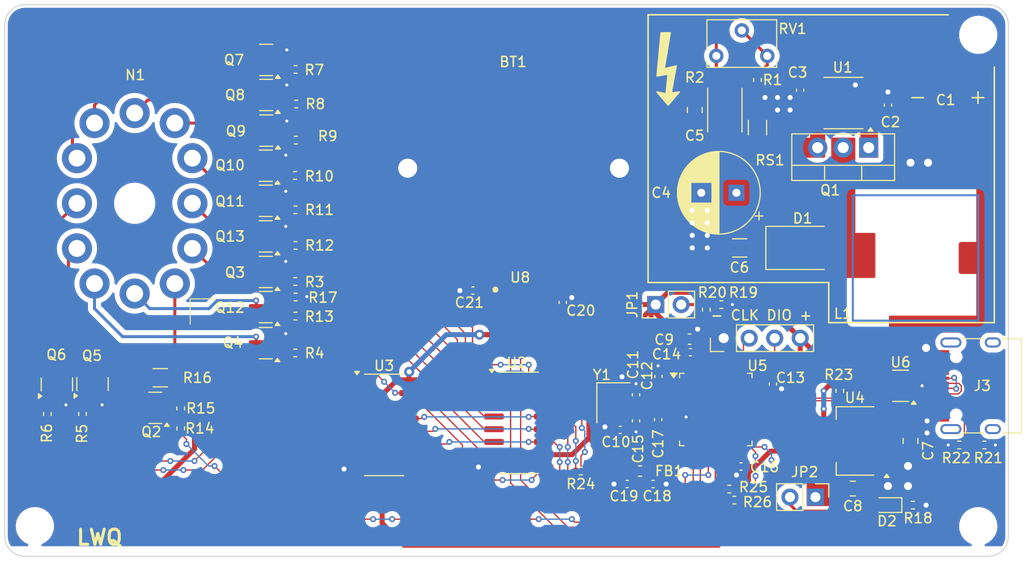
<source format=kicad_pcb>
(kicad_pcb (version 20240108) (generator "pcbnew") (generator_version "8.0")
  (layers (0 "F.Cu" signal) (31 "B.Cu" signal) (34 "B.Paste" user) (35 "F.Paste" user) (36 "B.SilkS" user "B.Silkscreen") (37 "F.SilkS" user "F.Silkscreen") (38 "B.Mask" user) (39 "F.Mask" user) (44 "Edge.Cuts" user))
  (net 0 "")
  (net 1 "GND")
  (net 2 "+BATT")
  (net 3 "VBUS")
  (net 4 "/REF_BYPASS")
  (net 5 "VCC")
  (net 6 "FB")
  (net 7 "+3.3V")
  (net 8 "/NRST")
  (net 9 "HSE_IN")
  (net 10 "HSE_OUT")
  (net 11 "+3.3VA")
  (net 12 "/DRAIN")
  (net 13 "/PWR_LED_K")
  (net 14 "/PWR_LED_A")
  (net 15 "/SWDIO")
  (net 16 "/SWCLK")
  (net 19 "USB_CC2")
  (net 21 "USB_CC1")
  (net 22 "/JMP_BOOT0")
  (net 23 "NIXIE_DP")
  (net 24 "NIXIE_8")
  (net 25 "NIXIE_1")
  (net 26 "NIXIE_3")
  (net 27 "NIXIE_7")
  (net 28 "NIXIE_6")
  (net 29 "NIXIE_0")
  (net 30 "NIXIE_5")
  (net 31 "/N1_CATHODE")
  (net 32 "NIXIE_4")
  (net 33 "NIXIE_2")
  (net 34 "NIXIE_9")
  (net 35 "/CURRENT_SENSE")
  (net 36 "/GATE_DRIVE")
  (net 37 "/N1_COLLECTOR")
  (net 38 "/N1_BASE")
  (net 39 "/S_0_BASE")
  (net 40 "/S_1_BASE")
  (net 41 "/S_2_BASE")
  (net 42 "/S_5_BASE")
  (net 43 "/S_4_BASE")
  (net 44 "/S_3_BASE")
  (net 45 "/S_6_BASE")
  (net 46 "/S_7_BASE")
  (net 47 "/S_8_BASE")
  (net 48 "/DP_R")
  (net 49 "/S_DP_BASE")
  (net 50 "/S_9_BASE")
  (net 51 "/FB_PD")
  (net 52 "SIG_0")
  (net 53 "SIG_1")
  (net 54 "SIG_2")
  (net 55 "SIG_3")
  (net 56 "SIG_4")
  (net 57 "SIG_5")
  (net 58 "SIG_6")
  (net 59 "SIG_7")
  (net 60 "SIG_8")
  (net 61 "SIG_9")
  (net 62 "SIG_DP")
  (net 63 "N1_ENABLE")
  (net 64 "/BOOT0")
  (net 65 "USB_D+")
  (net 66 "SR_OE")
  (net 67 "SCL")
  (net 68 "SDA")
  (net 69 "SR_CLK")
  (net 70 "SR_LATCH")
  (net 71 "SR_DATA")
  (net 72 "SR_CHAIN")
  (net 91 "USB_D-")
  (net 104 "/CONN_D-")
  (net 105 "/CONN_D+")
  (footprint "Package_TO_SOT_SMD:SOT-23" (layer "F.Cu") (at 170.993471 122.2 180)
    (property "Reference" "Q2")
    (property "Value" "MMBTA92" (hide yes))
  )
  (footprint "Resistor_SMD:R_0402_1005Metric" (layer "F.Cu") (at 184.968471 106 180)
    (property "Reference" "R12")
    (property "Value" "10k" (hide yes))
  )
  (footprint "Resistor_SMD:R_1206_3216Metric" (layer "F.Cu") (at 171.493471 119.2 180)
    (property "Reference" "R16")
    (property "Value" "10k" (hide yes))
  )
  (footprint "Package_SO:SOIC-16_3.9x9.9mm_P1.27mm" (layer "F.Cu") (at 207.225 123.695)
    (property "Reference" "U2")
    (property "Value" "74HC595" (hide yes))
  )
  (footprint "Capacitor_SMD:C_0402_1005Metric" (layer "F.Cu") (at 224.3175 116.65)
    (property "Reference" "C14")
    (property "Value" "100n" (hide yes))
  )
  (footprint "Capacitor_SMD:C_0402_1005Metric" (layer "F.Cu") (at 218.02 129.8 180)
    (property "Reference" "C19")
    (property "Value" "1u" (hide yes))
  )
  (footprint "Resistor_SMD:R_0402_1005Metric" (layer "F.Cu") (at 160.243471 122.81 90)
    (property "Reference" "R6")
    (property "Value" "10k" (hide yes))
  )
  (footprint "Resistor_SMD:R_0402_1005Metric" (layer "F.Cu") (at 227.4 111.9 180)
    (property "Reference" "R19")
    (property "Value" "10k" (hide yes))
  )
  (footprint "Capacitor_SMD:C_1206_3216Metric" (layer "F.Cu") (at 229.225 106.25 180)
    (property "Reference" "C6")
    (property "Value" "100n/250v" (hide yes))
  )
  (footprint "Capacitor_SMD:C_0402_1005Metric" (layer "F.Cu") (at 218.9 120.9 90)
    (property "Reference" "C11")
    (property "Value" "14p" (hide yes))
  )
  (footprint "Package_TO_SOT_SMD:SOT-23" (layer "F.Cu") (at 182.043471 91 180)
    (property "Reference" "Q8")
    (property "Value" "MMBTA42" (hide yes))
  )
  (footprint "Potentiometer_THT:Potentiometer_Bourns_3266W_Vertical" (layer "F.Cu") (at 226.9 87.1 180)
    (property "Reference" "RV1")
    (property "Value" "10k" (hide yes))
  )
  (footprint "Resistor_SMD:R_0402_1005Metric" (layer "F.Cu") (at 225.9 112.41 90)
    (property "Reference" "R20")
    (property "Value" "10k" (hide yes))
  )
  (footprint "Resistor_SMD:R_2512_6332Metric" (layer "F.Cu") (at 227.75 92.5 -90)
    (property "Reference" "R2")
    (property "Value" "1M5" (hide yes))
  )
  (footprint "Resistor_SMD:R_0402_1005Metric" (layer "F.Cu") (at 184.968471 102.45 180)
    (property "Reference" "R11")
    (property "Value" "10k" (hide yes))
  )
  (footprint "Capacitor_SMD:C_0402_1005Metric" (layer "F.Cu") (at 217.32 124.4 180)
    (property "Reference" "C10")
    (property "Value" "100n" (hide yes))
  )
  (footprint "Resistor_SMD:R_0402_1005Metric" (layer "F.Cu") (at 184.943471 109.6 180)
    (property "Reference" "R3")
    (property "Value" "10k" (hide yes))
  )
  (footprint "Package_SO:SOIC-16_3.9x9.9mm_P1.27mm" (layer "F.Cu") (at 193.8 123.9)
    (property "Reference" "U3")
    (property "Value" "74HC595" (hide yes))
  )
  (footprint "Capacitor_SMD:C_0402_1005Metric" (layer "F.Cu") (at 244 92.02 90)
    (property "Reference" "C2")
    (property "Value" "1u" (hide yes))
  )
  (footprint "Package_TO_SOT_THT:TO-220-3_Vertical" (layer "F.Cu") (at 242.08 96.25 180)
    (property "Reference" "Q1")
    (property "Value" "IRF644PBF" (hide yes))
  )
  (footprint "Package_SO:SO-8_3.9x4.9mm_P1.27mm" (layer "F.Cu") (at 239.57 91.805 180)
    (property "Reference" "U1")
    (property "Value" "MAX1771ESA+T" (hide yes))
  )
  (footprint "Custom:SOP-8_4.93mmxP1.27mm" (layer "F.Cu") (at 207.35 113)
    (property "Reference" "U8")
    (property "Value" "DS3231MZ" (hide yes))
  )
  (footprint "MountingHole:MountingHole_3.2mm_M3" (layer "F.Cu") (at 253 85)
    (property "Reference" "H1" (hide yes))
    (property "Value" "MountingHole" (hide yes))
  )
  (footprint "Resistor_SMD:R_0402_1005Metric" (layer "F.Cu") (at 251.105 125.9)
    (property "Reference" "R22")
    (property "Value" "5k1" (hide yes))
  )
  (footprint "Capacitor_SMD:C_0402_1005Metric" (layer "F.Cu") (at 220.6 129.8)
    (property "Reference" "C18")
    (property "Value" "1u" (hide yes))
  )
  (footprint "Resistor_SMD:R_0402_1005Metric" (layer "F.Cu") (at 184.923471 99.025 180)
    (property "Reference" "R10")
    (property "Value" "10k" (hide yes))
  )
  (footprint "Package_TO_SOT_SMD:SOT-23" (layer "F.Cu") (at 182.005971 101.55 180)
    (property "Reference" "Q11")
    (property "Value" "MMBTA42" (hide yes))
  )
  (footprint "Capacitor_SMD:C_0805_2012Metric" (layer "F.Cu") (at 246.25 125.5 -90)
    (property "Reference" "C7")
    (property "Value" "22u" (hide yes))
  )
  (footprint "Resistor_SMD:R_0402_1005Metric" (layer "F.Cu") (at 239.2 120.5 90)
    (property "Reference" "R23")
    (property "Value" "1k5" (hide yes))
  )
  (footprint "Capacitor_SMD:C_0603_1608Metric" (layer "F.Cu") (at 224.2375 115.35)
    (property "Reference" "C9")
    (property "Value" "10u" (hide yes))
  )
  (footprint "Custom:IN12" (layer "F.Cu") (at 168.943471 101.8)
    (property "Reference" "N1")
    (property "Value" "~" (hide yes))
  )
  (footprint "Resistor_SMD:R_0402_1005Metric" (layer "F.Cu") (at 185.043471 91.9 180)
    (property "Reference" "R8")
    (property "Value" "10k" (hide yes))
  )
  (footprint "Resistor_SMD:R_0402_1005Metric" (layer "F.Cu") (at 184.980971 88.45 180)
    (property "Reference" "R7")
    (property "Value" "10k" (hide yes))
  )
  (footprint "Capacitor_SMD:C_0402_1005Metric" (layer "F.Cu") (at 232.5375 119.83 -90)
    (property "Reference" "C13")
    (property "Value" "100n" (hide yes))
  )
  (footprint "Capacitor_SMD:C_0402_1005Metric" (layer "F.Cu") (at 229.3575 128.05 180)
    (property "Reference" "C16")
    (property "Value" "100n" (hide yes))
  )
  (footprint "Capacitor_SMD:C_0402_1005Metric" (layer "F.Cu") (at 221.1375 119.07 90)
    (property "Reference" "C12")
    (property "Value" "100n" (hide yes))
  )
  (footprint "Resistor_SMD:R_0402_1005Metric" (layer "F.Cu") (at 228.7 131.4)
    (property "Reference" "R26")
    (property "Value" "1k5" (hide yes))
  )
  (footprint "Resistor_SMD:R_0402_1005Metric" (layer "F.Cu") (at 185 95.5 180)
    (property "Reference" "R9")
    (property "Value" "10k" (hide yes))
  )
  (footprint "Capacitor_SMD:C_0402_1005Metric" (layer "F.Cu") (at 202.65 110.5 180)
    (property "Reference" "C21")
    (property "Value" "1n" (hide yes))
  )
  (footprint "Package_TO_SOT_SMD:SOT-23" (layer "F.Cu") (at 182.005971 98.05 180)
    (property "Reference" "Q10")
    (property "Value" "MMBTA42" (hide yes))
  )
  (footprint "Custom:BAT-HLD-005-THM" (layer "F.Cu") (at 206.7 98.3)
    (property "Reference" "BT1")
    (property "Value" "Battery" (hide yes))
  )
  (footprint "Diode_SMD:D_SMB" (layer "F.Cu") (at 235.5 106.25)
    (property "Reference" "D1")
    (property "Value" "ES2F-E3/5BT" (hide yes))
  )
  (footprint "Package_TO_SOT_SMD:SOT-23" (layer "F.Cu") (at 182.005971 105.1 180)
    (property "Reference" "Q13")
    (property "Value" "MMBTA42" (hide yes))
  )
  (footprint "Capacitor_SMD:C_0805_2012Metric" (layer "F.Cu") (at 240.5 130.25)
    (property "Reference" "C8")
    (property "Value" "22u" (hide yes))
  )
  (footprint "Resistor_SMD:R_0402_1005Metric" (layer "F.Cu") (at 246.49 131.9)
    (property "Reference" "R18")
    (property "Value" "1k5" (hide yes))
  )
  (footprint "Capacitor_SMD:C_0402_1005Metric" (layer "F.Cu") (at 235.25 90.52 -90)
    (property "Reference" "C3")
    (property "Value" "100n" (hide yes))
  )
  (footprint "Resistor_SMD:R_0402_1005Metric" (layer "F.Cu") (at 213.4 128.5)
    (property "Reference" "R24")
    (property "Value" "10k" (hide yes))
  )
  (footprint "Inductor_SMD:L_0603_1608Metric" (layer "F.Cu") (at 219.3 128.5 180)
    (property "Reference" "FB1")
    (property "Value" "120R" (hide yes))
  )
  (footprint "Custom:SMDRS1275-101N" (layer "F.Cu") (at 246.75 107.25 180)
    (property "Reference" "L1")
    (property "Value" "100uH" (hide yes))
  )
  (footprint "Resistor_SMD:R_0402_1005Metric" (layer "F.Cu") (at 231 89.5 -90)
    (property "Reference" "R1")
    (property "Value" "10k" (hide yes))
  )
  (footprint "Package_TO_SOT_SMD:SOT-23-6" (layer "F.Cu") (at 245.2625 120 180)
    (property "Reference" "U6")
    (property "Value" "USBLC6-2SC6" (hide yes))
  )
  (footprint "Capacitor_SMD:C_0402_1005Metric" (layer "F.Cu") (at 218.9 123.5 -90)
    (property "Reference" "C15")
    (property "Value" "14p" (hide yes))
  )
  (footprint "LED_SMD:LED_0603_1608Metric" (layer "F.Cu") (at 243.9 131.9 180)
    (property "Reference" "D2")
    (property "Value" "RED" (hide yes))
  )
  (footprint "Connector_PinHeader_2.54mm:PinHeader_1x02_P2.54mm_Vertical" (layer "F.Cu") (at 220.86 111.9 90)
    (property "Reference" "JP1")
    (property "Value" "SolderJumper_2_Open" (hide yes))
  )
  (footprint "Capacitor_SMD:C_0402_1005Metric" (layer "F.Cu") (at 211.6 111.69 90)
    (property "Reference" "C20")
    (property "Value" "100n" (hide yes))
  )
  (footprint "MountingHole:MountingHole_3.2mm_M3" (layer "F.Cu") (at 253 134)
    (property "Reference" "H3" (hide yes))
    (property "Value" "MountingHole" (hide yes))
  )
  (footprint "Resistor_SMD:R_0402_1005Metric" (layer "F.Cu") (at 228.2 130.3)
    (property "Reference" "R25")
    (property "Value" "1k5" (hide yes))
  )
  (footprint "Package_TO_SOT_SMD:SOT-23" (layer "F.Cu") (at 182.005971 115.75 180)
    (property "Reference" "Q4")
    (property "Value" "MMBTA42" (hide yes))
  )
  (footprint "Package_TO_SOT_SMD:SOT-223-3_TabPin2" (layer "F.Cu") (at 240.75 125.5 180)
    (property "Reference" "U4")
    (property "Value" "AMS1117-3.3" (hide yes))
  )
  (footprint "Crystal:Crystal_SMD_3225-4Pin_3.2x2.5mm" (layer "F.Cu") (at 216.65 121.7 -90)
    (property "Reference" "Y1")
    (property "Value" "8Mhz" (hide yes))
  )
  (footprint "Custom:EEE-FN1E680P" (layer "F.Cu") (at 249.75 96 90)
    (property "Reference" "C1")
    (property "Value" "68u" (hide yes))
  )
  (footprint "Resistor_SMD:R_1206_3216Metric_Pad1.30x1.75mm_HandSolder" (layer "F.Cu") (at 231 94.25 90)
    (property "Reference" "RS1")
    (property "Value" "0.05R" (hide yes))
  )
  (footprint "Resistor_SMD:R_0402_1005Metric" (layer "F.Cu") (at 253.61 125.9 180)
    (property "Reference" "R21")
    (property "Value" "5k1" (hide yes))
  )
  (footprint "Package_TO_SOT_SMD:SOT-23" (layer "F.Cu") (at 182.005971 108.65 180)
    (property "Reference" "Q3")
    (property "Value" "MMBTA42" (hide yes))
  )
  (footprint "Resistor_SMD:R_0402_1005Metric" (layer "F.Cu") (at 173.530971 124.25 -90)
    (property "Reference" "R14")
    (property "Value" "10k" (hide yes))
  )
  (footprint "Resistor_SMD:R_0402_1005Metric" (layer "F.Cu") (at 163.743471 122.81 90)
    (property "Reference" "R5")
    (property "Value" "10k" (hide yes))
  )
  (footprint "Package_TO_SOT_SMD:SOT-23" (layer "F.Cu") (at 182.043471 87.5 180)
    (property "Reference" "Q7")
    (property "Value" "MMBTA42" (hide yes))
  )
  (footprint "Resistor_SMD:R_0402_1005Metric" (layer "F.Cu") (at 184.943471 116.725 180)
    (property "Reference" "R4")
    (property "Value" "10k" (hide yes))
  )
  (footprint "Connector_PinHeader_2.54mm:PinHeader_1x04_P2.54mm_Vertical" (layer "F.Cu") (at 227.6375 115.25 90)
    (property "Reference" "J2" (hide yes))
    (property "Value" "Conn_01x04_Pin" (hide yes))
  )
  (footprint "Capacitor_SMD:C_0402_1005Metric" (layer "F.Cu") (at 221.1 123.38 90)
    (property "Reference" "C17")
    (property "Value" "10n" (hide yes))
  )
  (footprint "Resistor_SMD:R_0402_1005Metric" (layer "F.Cu") (at 173.530971 122.25 90)
    (property "Reference" "R15")
    (property "Value" "100k" (hide yes))
  )
  (footprint "Connector_USB:USB_C_Receptacle_HRO_TYPE-C-31-M-12" (layer "F.Cu") (at 253.4 120 90)
    (property "Reference" "J3")
    (property "Value" "USB_C_Receptacle" (hide yes))
  )
  (footprint "Package_QFP:LQFP-48_7x7mm_P0.5mm" (layer "F.Cu") (at 226.85 122.3625)
    (property "Reference" "U5")
    (property "Value" "STM32F103CBTx" (hide yes))
  )
  (footprint "Connector_PinHeader_2.54mm:PinHeader_1x02_P2.54mm_Vertical" (layer "F.Cu") (at 236.775 131.1 -90)
    (property "Reference" "JP2")
    (property "Value" "SolderJumper_2_Open" (hide yes))
  )
  (footprint "MountingHole:MountingHole_3.2mm_M3" (layer "F.Cu") (at 159 134)
    (property "Reference" "H2" (hide yes))
    (property "Value" "MountingHole" (hide yes))
  )
  (footprint "Resistor_SMD:R_0402_1005Metric" (layer "F.Cu") (at 184.958471 113.05 180)
    (property "Reference" "R13")
    (property "Value" "10k" (hide yes))
  )
  (footprint "Package_TO_SOT_SMD:SOT-23" (layer "F.Cu") (at 182.0625 94.55 180)
    (property "Reference" "Q9")
    (property "Value" "MMBTA42" (hide yes))
  )
  (footprint "Capacitor_THT:CP_Radial_D8.0mm_P3.50mm" (layer "F.Cu") (at 228.902651 100.75 180)
    (property "Reference" "C4")
    (property "Value" "4.7u/250v" (hide yes))
  )
  (footprint "Package_TO_SOT_SMD:SOT-23" (layer "F.Cu") (at 161.193471 119.8625 90)
    (property "Reference" "Q6")
    (property "Value" "MMBTA42" (hide yes))
  )
  (footprint "Resistor_SMD:R_0402_1005Metric" (layer "F.Cu") (at 184.978471 111.15)
    (property "Reference" "R17")
    (property "Value" "100k" (hide yes))
  )
  (footprint "Capacitor_SMD:C_0805_2012Metric" (layer "F.Cu") (at 224.75 92.5 -90)
    (property "Reference" "C5")
    (property "Value" "100p/250v" (hide yes))
  )
  (footprint "Package_TO_SOT_SMD:SOT-23" (layer "F.Cu") (at 182.005971 112.15 180)
    (property "Reference" "Q12")
    (property "Value" "MMBTA42" (hide yes))
  )
  (footprint "Package_TO_SOT_SMD:SOT-23" (layer "F.Cu") (at 164.743471 119.8375 90)
    (property "Reference" "Q5")
    (property "Value" "MMBTA42" (hide yes))
  )
  (gr_rect (start 240.5 101) (end 253 113.5) (stroke (width 0.2)) (fill none) (layer "B.Cu"))
  (gr_line (start 220.1 109.7) (end 238.1 109.7) (stroke (width 0.153)) (layer "F.SilkS"))
  (gr_poly (pts (xy 221 90.7) (xy 222.1 92) (xy 223.2 90.7) (xy 222.4 90.8) (xy 222.9 88.1) (xy 221.7 88.4) (xy 222.3 84.8) (xy 221.4 84.8) (xy 221 89.1) (xy 222.1 88.9) (xy 221.9 90.9) (xy 221 90.7)) (stroke (width 0.153)) (fill solid) (layer "F.SilkS"))
  (gr_line (start 238.1 109.7) (end 238.1 113.7) (stroke (width 0.153)) (layer "F.SilkS"))
  (gr_line (start 250 83) (end 220.1 83) (stroke (width 0.153)) (layer "F.SilkS"))
  (gr_line (start 220.1 83) (end 220.1 109.7) (stroke (width 0.153)) (layer "F.SilkS"))
  (gr_line (start 254.6 113.7) (end 254.6 88.2) (stroke (width 0.153)) (layer "F.SilkS"))
  (gr_line (start 238.1 113.7) (end 254.6 113.7) (stroke (width 0.153)) (layer "F.SilkS"))
  (gr_arc (start 254 82) (mid 255.41507 82.594966) (end 256 84.014214) (stroke (width 0.1)) (layer "Edge.Cuts"))
  (gr_arc (start 158.000001 136.999999) (mid 156.585787 136.414213) (end 156.000001 134.999999) (stroke (width 0.1)) (layer "Edge.Cuts"))
  (gr_line (start 156 84) (end 156.000001 134.999999) (stroke (width 0.1)) (layer "Edge.Cuts"))
  (gr_line (start 254 82) (end 158.000001 82.000001) (stroke (width 0.1)) (layer "Edge.Cuts"))
  (gr_line (start 158 137) (end 254 137) (stroke (width 0.1)) (layer "Edge.Cuts"))
  (gr_arc (start 156 84) (mid 156.585786 82.585786) (end 158 82) (stroke (width 0.1)) (layer "Edge.Cuts"))
  (gr_line (start 256 84.014214) (end 256 135) (stroke (width 0.1)) (layer "Edge.Cuts"))
  (gr_arc (start 256 135) (mid 255.414214 136.414214) (end 254 137) (stroke (width 0.1)) (layer "Edge.Cuts"))
  (gr_text "-" (at 248 90.5 180) (layer "F.SilkS") (effects (font (size 1.5 1.5) (thickness 0.153) (bold yes)) (justify left bottom)))
  (gr_text "LWQ" (at 163 136 0) (layer "F.SilkS") (effects (font (size 1.5 1.5) (thickness 0.3) (bold yes)) (justify left bottom)))
  (gr_text "+" (at 254 90.5 180) (layer "F.SilkS") (effects (font (size 1.5 1.5) (thickness 0.153) (bold yes)) (justify left bottom)))
  (gr_text "- CLK DIO +" (at 226.2375 113.55 0) (layer "F.SilkS") (effects (font (size 1 1) (thickness 0.153)) (justify left bottom)))
  (segment (start 229.1 127.8275) (end 228.8775 128.05) (width 0.3) (layer "F.Cu") (net 1))
  (segment (start 202.17 110.5) (end 201.35 110.5) (width 0.5) (layer "F.Cu") (net 1))
  (segment (start 183.9 97.1) (end 184 97) (width 0.3) (layer "F.Cu") (net 1))
  (segment (start 231 90.01) (end 231 90.5) (width 0.3) (layer "F.Cu") (net 1))
  (segment (start 203.24 128.14) (end 203.2 128.1) (width 0.5) (layer "F.Cu") (net 1))
  (segment (start 165.693471 120.775) (end 165.693471 121.893471) (width 0.3) (layer "F.Cu") (net 1))
  (segment (start 182.943471 107.7) (end 183.9 107.7) (width 0.3) (layer "F.Cu") (net 1))
  (segment (start 221.3125 123.1125) (end 222.6875 123.1125) (width 0.3) (layer "F.Cu") (net 1))
  (segment (start 204.75 128.14) (end 203.24 128.14) (width 0.5) (layer "F.Cu") (net 1))
  (segment (start 209.815 111.095) (end 211.485 111.095) (width 0.3) (layer "F.Cu") (net 1))
  (segment (start 211.6 111.21) (end 212.49 111.21) (width 0.3) (layer "F.Cu") (net 1))
  (segment (start 184.05 90.05) (end 184.1 90) (width 0.3) (layer "F.Cu") (net 1))
  (segment (start 191.325 128.345) (end 189.845 128.345) (width 0.5) (layer "F.Cu") (net 1))
  (segment (start 229.1 126.525) (end 229.1 127.8275) (width 0.3) (layer "F.Cu") (net 1))
  (segment (start 247 131.9) (end 247.8 131.9) (width 0.5) (layer "F.Cu") (net 1))
  (segment (start 182.943471 114.8) (end 184 114.8) (width 0.3) (layer "F.Cu") (net 1))
  (segment (start 228.8775 128.8775) (end 228.9 128.9) (width 0.5) (layer "F.Cu") (net 1))
  (segment (start 182.980971 86.55) (end 184.05 86.55) (width 0.3) (layer "F.Cu") (net 1))
  (segment (start 218.9 123.98) (end 218.9 124.6) (width 0.3) (layer "F.Cu") (net 1))
  (segment (start 233.39 120.31) (end 233.4 120.3) (width 0.3) (layer "F.Cu") (net 1))
  (segment (start 254.12 125.9) (end 254.7 125.9) (width 0.3) (layer "F.Cu") (net 1))
  (segment (start 182.943471 104.15) (end 183.95 104.15) (width 0.3) (layer "F.Cu") (net 1))
  (segment (start 224.6 116.8475) (end 224.7975 116.65) (width 0.3) (layer "F.Cu") (net 1))
  (segment (start 183 93.6) (end 184.1 93.6) (width 0.3) (layer "F.Cu") (net 1))
  (segment (start 211.485 111.095) (end 211.6 111.21) (width 0.3) (layer "F.Cu") (net 1))
  (segment (start 231.0125 120.1125) (end 232.34 120.1125) (width 0.3) (layer "F.Cu") (net 1))
  (segment (start 223.8875 123.1125) (end 222.6875 123.1125) (width 0.3) (layer "F.Cu") (net 1))
  (segment (start 212.49 111.21) (end 212.5 111.2) (width 0.3) (layer "F.Cu") (net 1))
  (segment (start 182.980971 90.05) (end 184.05 90.05) (width 0.3) (layer "F.Cu") (net 1))
  (segment (start 232.34 120.1125) (end 232.5375 120.31) (width 0.3) (layer "F.Cu") (net 1))
  (segment (start 217.5 120.6) (end 217.5 119.1) (width 0.5) (layer "F.Cu") (net 1))
  (segment (start 246.4 120) (end 247.4 120) (width 0.5) (layer "F.Cu") (net 1))
  (segment (start 231 90.5) (end 231.75 91.25) (width 0.3) (layer "F.Cu") (net 1))
  (segment (start 240.85 89.9) (end 240.75 90) (width 0.5) (layer "F.Cu") (net 1))
  (segment (start 225.0125 114.375) (end 225.0375 114.35) (width 0.5) (layer "F.Cu") (net 1))
  (segment (start 182.943471 100.6) (end 184 100.6) (width 0.3) (layer "F.Cu") (net 1))
  (segment (start 232.5375 120.31) (end 233.39 120.31) (width 0.3) (layer "F.Cu") (net 1))
  (segment (start 216.84 124.4) (end 216.1 124.4) (width 0.5) (layer "F.Cu") (net 1))
  (segment (start 162.143471 120.8) (end 162.143471 121.856529) (width 0.3) (layer "F.Cu") (net 1))
  (segment (start 250.595 125.9) (end 250.005 125.9) (width 0.3) (layer "F.Cu") (net 1))
  (segment (start 221.08 129.8) (end 221.9 129.8) (width 0.5) (layer "F.Cu") (net 1))
  (segment (start 183.95 104.15) (end 184 104.1) (width 0.3) (layer "F.Cu") (net 1))
  (segment (start 183.9 107.7) (end 184 107.6) (width 0.3) (layer "F.Cu") (net 1))
  (segment (start 182.943471 97.1) (end 183.9 97.1) (width 0.3) (layer "F.Cu") (net 1))
  (segment (start 185.488471 111.15) (end 186.05 111.15) (width 0.3) (layer "F.Cu") (net 1))
  (segment (start 216.1 124.4) (end 215.8 124.1) (width 0.5) (layer "F.Cu") (net 1))
  (segment (start 186.05 111.15) (end 186.1 111.1) (width 0.3) (layer "F.Cu") (net 1))
  (segment (start 218.9 120.42) (end 218.9 119.8) (width 0.3) (layer "F.Cu") (net 1))
  (segment (start 165.693471 121.893471) (end 165.7 121.9) (width 0.3) (layer "F.Cu") (net 1))
  (segment (start 221.1375 118.0375) (end 221.1 118) (width 0.3) (layer "F.Cu") (net 1))
  (segment (start 227.91 111.9) (end 228.5 111.9) (width 0.3) (layer "F.Cu") (net 1))
  (segment (start 217.54 129.8) (end 216.7 129.8) (width 0.5) (layer "F.Cu") (net 1))
  (segment (start 184.05 86.55) (end 184.1 86.5) (width 0.3) (layer "F.Cu") (net 1))
  (segment (start 242.145 89.9) (end 240.85 89.9) (width 0.5) (layer "F.Cu") (net 1))
  (segment (start 225.0125 116.435) (end 224.7975 116.65) (width 0.5) (layer "F.Cu") (net 1))
  (segment (start 224.6 118.2) (end 224.6 116.8475) (width 0.3) (layer "F.Cu") (net 1))
  (segment (start 221.1375 118.59) (end 221.1375 118.0375) (width 0.3) (layer "F.Cu") (net 1))
  (segment (start 225.0125 115.35) (end 225.0125 114.375) (width 0.5) (layer "F.Cu") (net 1))
  (segment (start 228.8775 128.05) (end 228.8775 128.8775) (width 0.5) (layer "F.Cu") (net 1))
  (segment (start 162.143471 121.856529) (end 162.1 121.9) (width 0.3) (layer "F.Cu") (net 1))
  (segment (start 189.845 128.345) (end 189.8 128.3) (width 0.5) (layer "F.Cu") (net 1))
  (segment (start 244 91.54) (end 244 90.7) (width 0.5) (layer "F.Cu") (net 1))
  (segment (start 221.1 122.9) (end 221.3125 123.1125) (width 0.3) (layer "F.Cu") (net 1))
  (segment (start 225.0125 115.35) (end 225.0125 116.435) (width 0.5) (layer "F.Cu") (net 1))
  (segment (start 215.8 122.8) (end 215.8 124.1) (width 0.5) (layer "F.Cu") (net 1))
  (via (at 248 97.75) (size 1.6) (drill 0.8) (layers "F.Cu" "B.Cu") (net 1))
  (via (at 233 91.25) (size 1) (drill 0.5) (layers "F.Cu" "B.Cu") (net 1))
  (via (at 233.4 120.3) (size 1) (drill 0.5) (layers "F.Cu" "B.Cu") (net 1))
  (via (at 189.8 128.3) (size 1) (drill 0.5) (layers "F.Cu" "B.Cu") (net 1))
  (via (at 234.25 92.5) (size 1) (drill 0.5) (layers "F.Cu" "B.Cu") (net 1))
  (via (at 226 106.25) (size 1) (drill 0.5) (layers "F.Cu" "B.Cu") (net 1))
  (via (at 184.1 90) (size 0.6) (drill 0.3) (layers "F.Cu" "B.Cu") (net 1))
  (via (at 240.75 90) (size 1) (drill 0.5) (layers "F.Cu" "B.Cu") (net 1))
  (via (at 233 92.5) (size 1) (drill 0.5) (layers "F.Cu" "B.Cu") (net 1))
  (via (at 228.5 111.9) (size 0.6) (drill 0.3) (layers "F.Cu" "B.Cu") (net 1))
  (via (at 247.4 120) (size 0.6) (drill 0.3) (layers "F.Cu" "B.Cu") (net 1))
  (via (at 184 100.6) (size 0.6) (drill 0.3) (layers "F.Cu" "B.Cu") (net 1))
  (via (at 224.5 105) (size 1) (drill 0.5) (layers "F.Cu" "B.Cu") (net 1))
  (via (at 247.9 123.5) (size 1) (drill 0.5) (layers "F.Cu" "B.Cu") (net 1))
  (via (at 184.1 86.5) (size 0.6) (drill 0.3) (layers "F.Cu" "B.Cu") (net 1))
  (via (at 218.9 124.6) (size 0.6) (drill 0.3) (layers "F.Cu" "B.Cu") (net 1))
  (via (at 226 105) (size 1) (drill 0.5) (layers "F.Cu" "B.Cu") (net 1))
  (via (at 184 107.6) (size 0.6) (drill 0.3) (layers "F.Cu" "B.Cu") (net 1))
  (via (at 212.5 111.2) (size 1) (drill 0.5) (layers "F.Cu" "B.Cu") (net 1))
  (via (at 247.8 116.225) (size 1.6) (drill 0.8) (layers "F.Cu" "B.Cu") (net 1))
  (via (at 221.1 118) (size 0.6) (drill 0.3) (layers "F.Cu" "B.Cu") (net 1))
  (via (at 203.2 128.1) (size 1) (drill 0.5) (layers "F.Cu" "B.Cu") (net 1))
  (via (at 184 97) (size 0.6) (drill 0.3) (layers "F.Cu" "B.Cu") (net 1))
  (via (at 247.9 124.7) (size 1) (drill 0.5) (layers "F.Cu" "B.Cu") (net 1))
  (via (at 184.1 93.6) (size 0.6) (drill 0.3) (layers "F.Cu" "B.Cu") (net 1))
  (via (at 247.8 131.9) (size 1) (drill 0.5) (layers "F.Cu" "B.Cu") (net 1))
  (via (at 226 103.75) (size 1) (drill 0.5) (layers "F.Cu" "B.Cu") (net 1))
  (via (at 216.7 129.8) (size 1) (drill 0.5) (layers "F.Cu" "B.Cu") (net 1))
  (via (at 218.9 119.8) (size 0.6) (drill 0.3) (layers "F.Cu" "B.Cu") (net 1))
  (via (at 221.9 129.8) (size 1) (drill 0.5) (layers "F.Cu" "B.Cu") (net 1))
  (via (at 244 90.7) (size 1) (drill 0.5) (layers "F.Cu" "B.Cu") (net 1))
  (via (at 184 114.8) (size 0.6) (drill 0.3) (layers "F.Cu" "B.Cu") (net 1))
  (via (at 234.25 91.25) (size 1) (drill 0.5) (layers "F.Cu" "B.Cu") (net 1))
  (via (at 254.7 125.9) (size 0.6) (drill 0.3) (layers "F.Cu" "B.Cu") (net 1))
  (via (at 224.5 106.25) (size 1) (drill 0.5) (layers "F.Cu" "B.Cu") (net 1))
  (via (at 226 102.5) (size 1) (drill 0.5) (layers "F.Cu" "B.Cu") (net 1))
  (via (at 224.5 102.5) (size 1) (drill 0.5) (layers "F.Cu" "B.Cu") (net 1))
  (via (at 250.005 125.9) (size 0.6) (drill 0.3) (layers "F.Cu" "B.Cu") (net 1))
  (via (at 201.35 110.5) (size 1) (drill 0.5) (layers "F.Cu" "B.Cu") (net 1))
  (via (at 186.1 111.1) (size 0.6) (drill 0.3) (layers "F.Cu" "B.Cu") (net 1))
  (via (at 224.5 103.75) (size 1) (drill 0.5) (layers "F.Cu" "B.Cu") (net 1))
  (via (at 225.0375 114.35) (size 1) (drill 0.5) (layers "F.Cu" "B.Cu") (net 1))
  (via (at 231.75 91.25) (size 1) (drill 0.5) (layers "F.Cu" "B.Cu") (net 1))
  (via (at 162.1 121.9) (size 0.6) (drill 0.3) (layers "F.Cu" "B.Cu") (net 1))
  (via (at 223.8875 123.1125) (size 0.6) (drill 0.3) (layers "F.Cu" "B.Cu") (net 1))
  (via (at 246.25 97.75) (size 1.6) (drill 0.8) (layers "F.Cu" "B.Cu") (net 1))
  (via (at 246 128) (size 1.6) (drill 0.8) (layers "F.Cu" "B.Cu") (net 1))
  (via (at 215.8 124.1) (size 1) (drill 0.5) (layers "F.Cu" "B.Cu") (net 1))
  (via (at 217.5 119.1) (size 1) (drill 0.5) (layers "F.Cu" "B.Cu") (net 1))
  (via (at 228.9 128.9) (size 1) (drill 0.5) (layers "F.Cu" "B.Cu") (net 1))
  (via (at 246 130) (size 1.6) (drill 0.8) (layers "F.Cu" "B.Cu") (net 1))
  (via (at 244 130) (size 1.6) (drill 0.8) (layers "F.Cu" "B.Cu") (net 1))
  (via (at 165.7 121.9) (size 0.6) (drill 0.3) (layers "F.Cu" "B.Cu") (net 1))
  (via (at 184 104.1) (size 0.6) (drill 0.3) (layers "F.Cu" "B.Cu") (net 1))
  (segment (start 203.13 101.87) (end 203.13 110.5) (width 0.5) (layer "F.Cu") (net 2))
  (segment (start 203.13 110.5) (end 203.13 111.18) (width 0.5) (layer "F.Cu") (net 2))
  (segment (start 206.7 98.3) (end 203.13 101.87) (width 0.5) (layer "F.Cu") (net 2))
  (segment (start 204.315 112.365) (end 204.885 112.365) (width 0.5) (layer "F.Cu") (net 2))
  (segment (start 203.13 111.18) (end 204.315 112.365) (width 0.5) (layer "F.Cu") (net 2))
  (segment (start 247.65 122.1) (end 245.942052 122.1) (width 0.5) (layer "F.Cu") (net 3))
  (segment (start 245.25 120) (end 245.25 118.1) (width 0.5) (layer "F.Cu") (net 3))
  (segment (start 247.95 118.1) (end 245.25 118.1) (width 0.5) (layer "F.Cu") (net 3))
  (segment (start 249.355 122.45) (end 248.426 122.45) (width 0.5) (layer "F.Cu") (net 3))
  (segment (start 245.25 121.85) (end 245.25 121.407948) (width 0.5) (layer "F.Cu") (net 3))
  (segment (start 245.25 118.1) (end 245.25 117.8) (width 0.5) (layer "F.Cu") (net 3))
  (segment (start 245.25 121.407948) (end 245.25 120) (width 0.5) (layer "F.Cu") (net 3))
  (segment (start 245.942052 122.1) (end 245.25 121.407948) (width 0.5) (layer "F.Cu") (net 3))
  (segment (start 244 92.5) (end 242.205 92.5) (width 0.5) (layer "F.Cu") (net 3))
  (segment (start 243.9 123.2) (end 245.25 121.85) (width 0.5) (layer "F.Cu") (net 3))
  (segment (start 242.205 92.5) (end 242.145 92.44) (width 0.5) (layer "F.Cu") (net 3))
  (segment (start 248.426 122.45) (end 248.076 122.1) (width 0.5) (layer "F.Cu") (net 3))
  (segment (start 244 92.5) (end 248.75 92.5) (width 0.5) (layer "F.Cu") (net 3))
  (segment (start 248.5 117.55) (end 247.95 118.1) (width 0.5) (layer "F.Cu") (net 3))
  (segment (start 244.125 120) (end 245.25 120) (width 0.5) (layer "F.Cu") (net 3))
  (segment (start 248.75 92.5) (end 252.25 96) (width 0.5) (layer "F.Cu") (net 3))
  (segment (start 248.076 122.1) (end 247.65 122.1) (width 0.5) (layer "F.Cu") (net 3))
  (segment (start 249.355 117.55) (end 248.5 117.55) (width 0.5) (layer "F.Cu") (net 3))
  (segment (start 236.995 89.9) (end 235.39 89.9) (width 0.5) (layer "F.Cu") (net 4))
  (segment (start 235.39 89.9) (end 235.25 90.04) (width 0.5) (layer "F.Cu") (net 4))
  (segment (start 157.4 91.6) (end 164.3 84.7) (width 0.5) (layer "F.Cu") (net 5))
  (segment (start 173.530971 121.74) (end 173.85097 121.74) (width 0.5) (layer "F.Cu") (net 5))
  (segment (start 171.930971 121.25) (end 173.040971 121.25) (width 0.5) (layer "F.Cu") (net 5))
  (segment (start 157.4 125.2) (end 157.4 91.6) (width 0.5) (layer "F.Cu") (net 5))
  (segment (start 174.9 126.3) (end 171.4 129.8) (width 0.5) (layer "F.Cu") (net 5))
  (segment (start 223.25 93.45) (end 224.75 93.45) (width 0.5) (layer "F.Cu") (net 5))
  (segment (start 164.3 84.7) (end 214.5 84.7) (width 0.5) (layer "F.Cu") (net 5))
  (segment (start 173.85097 121.74) (end 174.9 122.78903) (width 0.5) (layer "F.Cu") (net 5))
  (segment (start 214.5 84.7) (end 223.25 93.45) (width 0.5) (layer "F.Cu") (net 5))
  (segment (start 173.040971 121.25) (end 173.530971 121.74) (width 0.5) (layer "F.Cu") (net 5))
  (segment (start 171.4 129.8) (end 162 129.8) (width 0.5) (layer "F.Cu") (net 5))
  (segment (start 174.9 122.78903) (end 174.9 126.3) (width 0.5) (layer "F.Cu") (net 5))
  (segment (start 162 129.8) (end 157.4 125.2) (width 0.5) (layer "F.Cu") (net 5))
  (segment (start 232.2 83) (end 240.37 91.17) (width 0.3) (layer "F.Cu") (net 6))
  (segment (start 226.9 88.6875) (end 227.75 89.5375) (width 0.3) (layer "F.Cu") (net 6))
  (segment (start 226.9 84) (end 227.9 83) (width 0.3) (layer "F.Cu") (net 6))
  (segment (start 226.9 87.1) (end 226.9 84) (width 0.3) (layer "F.Cu") (net 6))
  (segment (start 224.75 91.55) (end 226.9 89.4) (width 0.3) (layer "F.Cu") (net 6))
  (segment (start 226.9 89.4) (end 226.9 87.1) (width 0.3) (layer "F.Cu") (net 6))
  (segment (start 240.37 91.17) (end 242.145 91.17) (width 0.3) (layer "F.Cu") (net 6))
  (segment (start 226.9 87.1) (end 226.9 88.6875) (width 0.3) (layer "F.Cu") (net 6))
  (segment (start 227.9 83) (end 232.2 83) (width 0.3) (layer "F.Cu") (net 6))
  (segment (start 194.575 127.075) (end 193.6 126.1) (width 0.5) (layer "F.Cu") (net 7))
  (segment (start 220.4 119.0395) (end 220.9105 119.55) (width 0.5) (layer "F.Cu") (net 7))
  (segment (start 221.2 119.6125) (end 221.1375 119.55) (width 0.3) (layer "F.Cu") (net 7))
  (segment (start 193.6 126.1) (end 193.6 120.9) (width 0.5) (layer "F.Cu") (net 7))
  (segment (start 209.7 119.25) (end 213.51 119.25) (width 0.5) (layer "F.Cu") (net 7))
  (segment (start 229.21 130.8) (end 229.21 131.4) (width 0.5) (layer "F.Cu") (net 7))
  (segment (start 235.2575 115.25) (end 230.6805 110.673) (width 0.5) (layer "F.Cu") (net 7))
  (segment (start 215.85 126.85) (end 214.2 125.2) (width 0.5) (layer "F.Cu") (net 7))
  (segment (start 229.6 126.525) (end 229.6 127.8125) (width 0.3) (layer "F.Cu") (net 7))
  (segment (start 230.75 128.05) (end 229.8375 128.05) (width 0.5) (layer "F.Cu") (net 7))
  (segment (start 206.5 113.4) (end 207.535 112.365) (width 0.5) (layer "F.Cu") (net 7))
  (segment (start 239.2 119.1925) (end 235.2575 115.25) (width 0.5) (layer "F.Cu") (net 7))
  (segment (start 236.580731 126.519269) (end 237.6 125.5) (width 0.5) (layer "F.Cu") (net 7))
  (segment (start 220.4 112.36) (end 220.4 119.0395) (width 0.5) (layer "F.Cu") (net 7))
  (segment (start 222.087 110.673) (end 220.86 111.9) (width 0.5) (layer "F.Cu") (net 7))
  (segment (start 209.7 126.87) (end 212.53 126.87) (width 0.5) (layer "F.Cu") (net 7))
  (segment (start 196.275 127.075) (end 194.575 127.075) (width 0.5) (layer "F.Cu") (net 7))
  (segment (start 212.53 126.87) (end 214.2 125.2) (width 0.5) (layer "F.Cu") (net 7))
  (segment (start 206.5 114.28) (end 206.5 113.4) (width 0.5) (layer "F.Cu") (net 7))
  (segment (start 217.5 128.5) (end 215.85 126.85) (width 0.5) (layer "F.Cu") (net 7))
  (segment (start 195.8 135.9) (end 193.6 133.7) (width 0.5) (layer "F.Cu") (net 7))
  (segment (start 214.2 118.56) (end 220.86 111.9) (width 0.5) (layer "F.Cu") (net 7))
  (segment (start 239.2 119.99) (end 239.2 119.1925) (width 0.5) (layer "F.Cu") (net 7))
  (segment (start 232.280731 126.519269) (end 236.580731 126.519269) (width 0.5) (layer "F.Cu") (net 7))
  (segment (start 218.5 128.5125) (end 218.5125 128.5) (width 0.5) (layer "F.Cu") (net 7))
  (segment (start 213.51 119.25) (end 214.2 118.56) (width 0.5) (layer "F.Cu") (net 7))
  (segment (start 229.21 131.4) (end 229.21 131) (width 0.5) (layer "F.Cu") (net 7))
  (segment (start 204.88 114.9) (end 204.885 114.905) (width 0.5) (layer "F.Cu") (net 7))
  (segment (start 230.1 130.11) (end 230.1 128.7) (width 0.5) (layer "F.Cu") (net 7))
  (segment (start 224.1 116.9125) (end 223.8375 116.65) (width 0.3) (layer "F.Cu") (net 7))
  (segment (start 196.275 118.625) (end 196.3 118.6) (width 0.5) (layer "F.Cu") (net 7))
  (segment (start 224.1 118.2) (end 224.1 116.9125) (width 0.3) (layer "F.Cu") (net 7))
  (segment (start 205.875 114.905) (end 206.5 114.28) (width 0.5) (layer "F.Cu") (net 7))
  (segment (start 213.93 112.17) (end 214.2 111.9) (width 0.5) (layer "F.Cu") (net 7))
  (segment (start 220.9105 119.55) (end 221.1375 119.55) (width 0.5) (layer "F.Cu") (net 7))
  (segment (start 229.21 131.4) (end 229.21 133.79) (width 0.5) (layer "F.Cu") (net 7))
  (segment (start 213.91 128.5) (end 214.2 128.5) (width 0.5) (layer "F.Cu") (net 7))
  (segment (start 237.6 120.5) (end 238.11 119.99) (width 0.5) (layer "F.Cu") (net 7))
  (segment (start 232.275 119.6125) (end 232.5375 119.35) (width 0.3) (layer "F.Cu") (net 7))
  (segment (start 237.6 125.5) (end 237.6 122.3) (width 0.5) (layer "F.Cu") (net 7))
  (segment (start 230.6805 110.673) (end 222.087 110.673) (width 0.5) (layer "F.Cu") (net 7))
  (segment (start 231.0125 119.6125) (end 232.275 119.6125) (width 0.3) (layer "F.Cu") (net 7))
  (segment (start 196.275 119.455) (end 196.275 118.625) (width 0.5) (layer "F.Cu") (net 7))
  (segment (start 214.2 111.9) (end 220.86 111.9) (width 0.5) (layer "F.Cu") (net 7))
  (segment (start 230.1 128.7) (end 230.75 128.05) (width 0.5) (layer "F.Cu") (net 7))
  (segment (start 229.21 131) (end 230.1 130.11) (width 0.5) (layer "F.Cu") (net 7))
  (segment (start 220.86 111.9) (end 220.4 112.36) (width 0.5) (layer "F.Cu") (net 7))
  (segment (start 214.2 125.2) (end 214.2 118.56) (width 0.5) (layer "F.Cu") (net 7))
  (segment (start 203.3 114.9) (end 204.88 114.9) (width 0.5) (layer "F.Cu") (net 7))
  (segment (start 213.93 112.17) (end 211.6 112.17) (width 0.5) (layer "F.Cu") (net 7))
  (segment (start 235.2575 115.25) (end 235.2575 116.63) (width 0.5) (layer "F.Cu") (net 7))
  (segment (start 223.4625 115.35) (end 223.4625 116.275) (width 0.5) (layer "F.Cu") (net 7))
  (segment (start 229.21 133.79) (end 227.1 135.9) (width 0.5) (layer "F.Cu") (net 7))
  (segment (start 229.6 127.8125) (end 229.8375 128.05) (width 0.3) (layer "F.Cu") (net 7))
  (segment (start 220.86 112.7475) (end 223.4625 115.35) (width 0.5) (layer "F.Cu") (net 7))
  (segment (start 218.5 129.8) (end 218.5 128.5125) (width 0.5) (layer "F.Cu") (net 7))
  (segment (start 209.815 112.365) (end 211.405 112.365) (width 0.3) (layer "F.Cu") (net 7))
  (segment (start 193.6 120.9) (end 195.045 119.455) (width 0.5) (layer "F.Cu") (net 7))
  (segment (start 223.4625 116.275) (end 223.8375 116.65) (width 0.5) (layer "F.Cu") (net 7))
  (segment (start 193.6 133.7) (end 193.6 126.1) (width 0.5) (layer "F.Cu") (net 7))
  (segment (start 238.11 119.99) (end 239.2 119.99) (width 0.5) (layer "F.Cu") (net 7))
  (segment (start 222.6875 119.6125) (end 221.2 119.6125) (width 0.3) (layer "F.Cu") (net 7))
  (segment (start 195.045 119.455) (end 196.275 119.455) (width 0.5) (layer "F.Cu") (net 7))
  (segment (start 207.535 112.365) (end 209.815 112.365) (width 0.5) (layer "F.Cu") (net 7))
  (segment (start 214.2 128.5) (end 215.85 126.85) (width 0.5) (layer "F.Cu") (net 7))
  (segment (start 235.2575 116.63) (end 232.5375 119.35) (width 0.5) (layer "F.Cu") (net 7))
  (segment (start 204.885 114.905) (end 205.875 114.905) (width 0.5) (layer "F.Cu") (net 7))
  (segment (start 232.280731 126.519269) (end 230.75 128.05) (width 0.5) (layer "F.Cu") (net 7))
  (segment (start 218.5125 128.5) (end 217.5 128.5) (width 0.5) (layer "F.Cu") (net 7))
  (segment (start 211.405 112.365) (end 211.6 112.17) (width 0.3) (layer "F.Cu") (net 7))
  (segment (start 220.86 111.9) (end 220.86 112.7475) (width 0.5) (layer "F.Cu") (net 7))
  (segment (start 228.71 130.3) (end 229.21 130.8) (width 0.5) (layer "F.Cu") (net 7))
  (segment (start 227.1 135.9) (end 195.8 135.9) (width 0.5) (layer "F.Cu") (net 7))
  (via (at 237.6 120.5) (size 0.6) (drill 0.3) (layers "F.Cu" "B.Cu") (net 7))
  (via (at 203.3 114.9) (size 1) (drill 0.5) (layers "F.Cu" "B.Cu") (net 7))
  (via (at 237.6 122.3) (size 0.6) (drill 0.3) (layers "F.Cu" "B.Cu") (net 7))
  (via (at 196.3 118.6) (size 1) (drill 0.5) (layers "F.Cu" "B.Cu") (net 7))
  (segment (start 200 114.9) (end 203.3 114.9) (width 0.5) (layer "B.Cu") (net 7))
  (segment (start 237.6 122.3) (end 237.6 120.5) (width 0.5) (layer "B.Cu") (net 7))
  (segment (start 196.3 118.6) (end 200 114.9) (width 0.5) (layer "B.Cu") (net 7))
  (segment (start 219.02832 125.2) (end 218.6 125.2) (width 0.13) (layer "F.Cu") (net 8))
  (segment (start 220 124.22832) (end 219.02832 125.2) (width 0.13) (layer "F.Cu") (net 8))
  (segment (start 220.772 122.428) (end 220 123.2) (width 0.13) (layer "F.Cu") (net 8))
  (segment (start 221.4114 122.428) (end 220.772 122.428) (width 0.13) (layer "F.Cu") (net 8))
  (segment (start 221.4114 122.428) (end 221.5959 122.6125) (width 0.13) (layer "F.Cu") (net 8))
  (segment (start 220 123.2) (end 220 124.22832) (width 0.13) (layer "F.Cu") (net 8))
  (segment (start 221.5959 122.6125) (end 222.6875 122.6125) (width 0.13) (layer "F.Cu") (net 8))
  (segment (start 218.6 125.2) (end 217.8 124.4) (width 0.13) (layer "F.Cu") (net 8))
  (segment (start 222.6875 121.6125) (end 216.8125 121.6125) (width 0.13) (layer "F.Cu") (net 9))
  (segment (start 216.8125 121.6125) (end 215.8 120.6) (width 0.13) (layer "F.Cu") (net 9))
  (segment (start 220.45918 122.1125) (end 219.77168 122.8) (width 0.13) (layer "F.Cu") (net 10))
  (segment (start 219.77168 122.8) (end 217.5 122.8) (width 0.13) (layer "F.Cu") (net 10))
  (segment (start 222.6875 122.1125) (end 220.45918 122.1125) (width 0.13) (layer "F.Cu") (net 10))
  (segment (start 220.0875 129.7675) (end 220.12 129.8) (width 0.5) (layer "F.Cu") (net 11))
  (segment (start 222.6875 123.6125) (end 221.3475 123.6125) (width 0.3) (layer "F.Cu") (net 11))
  (segment (start 220.0875 128.5) (end 220.0875 124.8725) (width 0.5) (layer "F.Cu") (net 11))
  (segment (start 221.3475 123.6125) (end 221.1 123.86) (width 0.3) (layer "F.Cu") (net 11))
  (segment (start 220.0875 128.5) (end 220.0875 129.7675) (width 0.5) (layer "F.Cu") (net 11))
  (segment (start 220.0875 124.8725) (end 221.1 123.86) (width 0.5) (layer "F.Cu") (net 11))
  (segment (start 244.6875 131.9) (end 245.98 131.9) (width 0.5) (layer "F.Cu") (net 13))
  (segment (start 234.235 131.835) (end 234.9 132.5) (width 0.3) (layer "F.Cu") (net 14))
  (segment (start 234.9 132.5) (end 242.5125 132.5) (width 0.3) (layer "F.Cu") (net 14))
  (segment (start 242.5125 132.5) (end 243.1125 131.9) (width 0.3) (layer "F.Cu") (net 14))
  (segment (start 234.235 131.1) (end 234.235 131.835) (width 0.3) (layer "F.Cu") (net 14))
  (segment (start 229.9 119.3) (end 232.7175 116.4825) (width 0.13) (layer "F.Cu") (net 15))
  (segment (start 231.0125 120.6125) (end 230.275001 120.6125) (width 0.13) (layer "F.Cu") (net 15))
  (segment (start 232.7175 116.4825) (end 232.7175 115.25) (width 0.13) (layer "F.Cu") (net 15))
  (segment (start 230.275001 120.6125) (end 229.9 120.237499) (width 0.13) (layer "F.Cu") (net 15))
  (segment (start 229.9 120.237499) (end 229.9 119.3) (width 0.13) (layer "F.Cu") (net 15))
  (segment (start 229.6 118.2) (end 229.6 115.8275) (width 0.13) (layer "F.Cu") (net 16))
  (segment (start 229.6 115.8275) (end 230.1775 115.25) (width 0.13) (layer "F.Cu") (net 16))
  (segment (start 230.8 133) (end 232.1 134.3) (width 0.13) (layer "F.Cu") (net 19))
  (segment (start 232.1 134.3) (end 248.2 134.3) (width 0.13) (layer "F.Cu") (net 19))
  (segment (start 230.8 126.607826) (end 230.8 127) (width 0.13) (layer "F.Cu") (net 19))
  (segment (start 253.1 129.4) (end 253.1 125.8) (width 0.13) (layer "F.Cu") (net 19))
  (segment (start 248.2 134.3) (end 253.1 129.4) (width 0.13) (layer "F.Cu") (net 19))
  (segment (start 249.355 118.25) (end 251.65 118.25) (width 0.13) (layer "F.Cu") (net 19))
  (segment (start 223.3875 125.1125) (end 224.2 124.3) (width 0.13) (layer "F.Cu") (net 19))
  (segment (start 228.492174 124.3) (end 230.8 126.607826) (width 0.13) (layer "F.Cu") (net 19))
  (segment (start 251.65 118.25) (end 253.1 119.7) (width 0.13) (layer "F.Cu") (net 19))
  (segment (start 230.8 129) (end 230.8 133) (width 0.13) (layer "F.Cu") (net 19))
  (segment (start 253.1 119.7) (end 253.1 125.9) (width 0.13) (layer "F.Cu") (net 19))
  (segment (start 222.6875 125.1125) (end 223.3875 125.1125) (width 0.13) (layer "F.Cu") (net 19))
  (segment (start 224.2 124.3) (end 228.492174 124.3) (width 0.13) (layer "F.Cu") (net 19))
  (segment (start 222.675 125.1) (end 223.363453 125.1) (width 0.13) (layer "F.Cu") (net 19))
  (via (at 230.8 127) (size 0.6) (drill 0.3) (layers "F.Cu" "B.Cu") (net 19))
  (via (at 230.8 129) (size 0.6) (drill 0.3) (layers "F.Cu" "B.Cu") (net 19))
  (segment (start 230.8 127) (end 230.8 129) (width 0.13) (layer "B.Cu") (net 19))
  (segment (start 230.882826 126.1) (end 231.7 126.1) (width 0.13) (layer "F.Cu") (net 21))
  (segment (start 232.4 127.4) (end 232.4 132) (width 0.13) (layer "F.Cu") (net 21))
  (segment (start 249.355 121.25) (end 250.21 121.25) (width 0.13) (layer "F.Cu") (net 21))
  (segment (start 224.1 123.7) (end 228.482826 123.7) (width 0.13) (layer "F.Cu") (net 21))
  (segment (start 251.615 122.655) (end 251.615 125.9) (width 0.13) (layer "F.Cu") (net 21))
  (segment (start 223.424999 124.6125) (end 223.7 124.337499) (width 0.13) (layer "F.Cu") (net 21))
  (segment (start 222.6875 124.6125) (end 223.424999 124.6125) (width 0.13) (layer "F.Cu") (net 21))
  (segment (start 233.9 133.5) (end 247.178636 133.5) (width 0.13) (layer "F.Cu") (net 21))
  (segment (start 223.7 124.337499) (end 223.7 124.1) (width 0.13) (layer "F.Cu") (net 21))
  (segment (start 232.4 132) (end 233.9 133.5) (width 0.13) (layer "F.Cu") (net 21))
  (segment (start 251.615 129.063636) (end 251.615 125.9) (width 0.13) (layer "F.Cu") (net 21))
  (segment (start 250.21 121.25) (end 251.615 122.655) (width 0.13) (layer "F.Cu") (net 21))
  (segment (start 223.7 124.1) (end 224.1 123.7) (width 0.13) (layer "F.Cu") (net 21))
  (segment (start 228.482826 123.7) (end 230.882826 126.1) (width 0.13) (layer "F.Cu") (net 21))
  (segment (start 247.178636 133.5) (end 251.615 129.063636) (width 0.13) (layer "F.Cu") (net 21))
  (via (at 232.4 127.4) (size 0.6) (drill 0.3) (layers "F.Cu" "B.Cu") (net 21))
  (via (at 231.7 126.1) (size 0.6) (drill 0.3) (layers "F.Cu" "B.Cu") (net 21))
  (segment (start 232.4 127.4) (end 232.4 126.8) (width 0.13) (layer "B.Cu") (net 21))
  (segment (start 232.4 126.8) (end 231.7 126.1) (width 0.13) (layer "B.Cu") (net 21))
  (segment (start 223.4 111.9) (end 225.9 111.9) (width 0.3) (layer "F.Cu") (net 22))
  (segment (start 225.9 111.9) (end 226.89 111.9) (width 0.3) (layer "F.Cu") (net 22))
  (segment (start 181.068471 111.525) (end 181.043471 111.5) (width 0.3) (layer "F.Cu") (net 23))
  (segment (start 181.068471 112.15) (end 181.068471 111.525) (width 0.3) (layer "F.Cu") (net 23))
  (via (at 181.043471 111.5) (size 0.6) (drill 0.3) (layers "F.Cu" "B.Cu") (net 23))
  (segment (start 176.356529 112.3) (end 170.443471 112.3) (width 0.3) (layer "B.Cu") (net 23))
  (segment (start 181.043471 111.5) (end 177.156529 111.5) (width 0.3) (layer "B.Cu") (net 23))
  (segment (start 177.156529 111.5) (end 176.356529 112.3) (width 0.3) (layer "B.Cu") (net 23))
  (segment (start 170.443471 112.3) (end 168.943471 110.8) (width 0.3) (layer "B.Cu") (net 23))
  (segment (start 181.068471 101.55) (end 178.943471 101.55) (width 0.3) (layer "F.Cu") (net 24))
  (segment (start 178.943471 101.55) (end 174.693471 97.3) (width 0.3) (layer "F.Cu") (net 24))
  (segment (start 181.068471 115.75) (end 181.068471 115.125) (width 0.3) (layer "F.Cu") (net 25))
  (segment (start 181.068471 115.125) (end 181.043471 115.1) (width 0.3) (layer "F.Cu") (net 25))
  (via (at 181.043471 115.1) (size 0.6) (drill 0.3) (layers "F.Cu" "B.Cu") (net 25))
  (segment (start 167.743471 115.1) (end 164.943471 112.3) (width 0.3) (layer "B.Cu") (net 25))
  (segment (start 181.043471 115.1) (end 167.743471 115.1) (width 0.3) (layer "B.Cu") (net 25))
  (segment (start 164.943471 112.3) (end 164.943471 109.8) (width 0.3) (layer "B.Cu") (net 25))
  (segment (start 161.193471 116.95) (end 159.943471 115.7) (width 0.3) (layer "F.Cu") (net 26))
  (segment (start 161.193471 118.925) (end 161.193471 116.95) (width 0.3) (layer "F.Cu") (net 26))
  (segment (start 159.943471 115.7) (end 159.943471 105.05) (width 0.3) (layer "F.Cu") (net 26))
  (segment (start 159.943471 105.05) (end 163.193471 101.8) (width 0.3) (layer "F.Cu") (net 26))
  (segment (start 175.543471 93.8) (end 172.943471 93.8) (width 0.3) (layer "F.Cu") (net 27))
  (segment (start 179.793471 98.05) (end 175.543471 93.8) (width 0.3) (layer "F.Cu") (net 27))
  (segment (start 181.068471 98.05) (end 179.793471 98.05) (width 0.3) (layer "F.Cu") (net 27))
  (segment (start 175.543471 91.5) (end 170.243471 91.5) (width 0.3) (layer "F.Cu") (net 28))
  (segment (start 178.593471 94.55) (end 175.543471 91.5) (width 0.3) (layer "F.Cu") (net 28))
  (segment (start 181.125 94.55) (end 178.593471 94.55) (width 0.3) (layer "F.Cu") (net 28))
  (segment (start 170.243471 91.5) (end 168.943471 92.8) (width 0.3) (layer "F.Cu") (net 28))
  (segment (start 181.068471 108.65) (end 177.043471 108.65) (width 0.3) (layer "F.Cu") (net 29))
  (segment (start 177.043471 108.65) (end 174.693471 106.3) (width 0.3) (layer "F.Cu") (net 29))
  (segment (start 164.943471 93.8) (end 164.943471 92) (width 0.3) (layer "F.Cu") (net 30))
  (segment (start 167.043471 89.9) (end 180.005971 89.9) (width 0.3) (layer "F.Cu") (net 30))
  (segment (start 180.005971 89.9) (end 181.105971 91) (width 0.3) (layer "F.Cu") (net 30))
  (segment (start 164.943471 92) (end 167.043471 89.9) (width 0.3) (layer "F.Cu") (net 30))
  (segment (start 172.943471 119.1875) (end 172.955971 119.2) (width 0.3) (layer "F.Cu") (net 31))
  (segment (start 172.943471 109.8) (end 172.943471 119.1875) (width 0.3) (layer "F.Cu") (net 31))
  (segment (start 162.743471 91.6) (end 166.843471 87.5) (width 0.3) (layer "F.Cu") (net 32))
  (segment (start 162.743471 96.85) (end 162.743471 91.6) (width 0.3) (layer "F.Cu") (net 32))
  (segment (start 166.843471 87.5) (end 181.105971 87.5) (width 0.3) (layer "F.Cu") (net 32))
  (segment (start 163.193471 97.3) (end 162.743471 96.85) (width 0.3) (layer "F.Cu") (net 32))
  (segment (start 162.343471 114) (end 162.343471 107.15) (width 0.3) (layer "F.Cu") (net 33))
  (segment (start 164.743471 118.9) (end 164.743471 116.4) (width 0.3) (layer "F.Cu") (net 33))
  (segment (start 164.743471 116.4) (end 162.343471 114) (width 0.3) (layer "F.Cu") (net 33))
  (segment (start 162.343471 107.15) (end 163.193471 106.3) (width 0.3) (layer "F.Cu") (net 33))
  (segment (start 181.068471 105.1) (end 177.993471 105.1) (width 0.3) (layer "F.Cu") (net 34))
  (segment (start 177.993471 105.1) (end 174.693471 101.8) (width 0.3) (layer "F.Cu") (net 34))
  (segment (start 170.030971 119.2) (end 170.030971 122.175) (width 0.8) (layer "F.Cu") (net 37))
  (segment (start 170.030971 122.175) (end 170.055971 122.2) (width 0.8) (layer "F.Cu") (net 37))
  (segment (start 182.943471 109.6) (end 184.433471 109.6) (width 0.3) (layer "F.Cu") (net 39))
  (segment (start 182.943471 116.7) (end 184.408471 116.7) (width 0.3) (layer "F.Cu") (net 40))
  (segment (start 184.408471 116.7) (end 184.433471 116.725) (width 0.3) (layer "F.Cu") (net 40))
  (segment (start 163.793471 120.775) (end 163.793471 122.25) (width 0.3) (layer "F.Cu") (net 41))
  (segment (start 163.793471 122.25) (end 163.743471 122.3) (width 0.3) (layer "F.Cu") (net 41))
  (segment (start 184.483471 91.95) (end 184.533471 91.9) (width 0.3) (layer "F.Cu") (net 42))
  (segment (start 182.980971 91.95) (end 184.483471 91.95) (width 0.3) (layer "F.Cu") (net 42))
  (segment (start 182.980971 88.45) (end 184.470971 88.45) (width 0.3) (layer "F.Cu") (net 43))
  (segment (start 160.243471 122.3) (end 160.243471 120.8) (width 0.3) (layer "F.Cu") (net 44))
  (segment (start 184.49 95.5) (end 183 95.5) (width 0.13) (layer "F.Cu") (net 45))
  (segment (start 184.388471 99) (end 184.413471 99.025) (width 0.3) (layer "F.Cu") (net 46))
  (segment (start 182.943471 99) (end 184.388471 99) (width 0.3) (layer "F.Cu") (net 46))
  (segment (start 184.408471 102.5) (end 184.458471 102.45) (width 0.3) (layer "F.Cu") (net 47))
  (segment (start 182.943471 102.5) (end 184.408471 102.5) (width 0.3) (layer "F.Cu") (net 47))
  (segment (start 182.943471 111.2) (end 184.418471 111.2) (width 0.3) (layer "F.Cu") (net 48))
  (segment (start 184.418471 111.2) (end 184.468471 111.15) (width 0.3) (layer "F.Cu") (net 48))
  (segment (start 184.398471 113.1) (end 184.448471 113.05) (width 0.3) (layer "F.Cu") (net 49))
  (segment (start 182.943471 113.1) (end 184.398471 113.1) (width 0.3) (layer "F.Cu") (net 49))
  (segment (start 182.943471 106.05) (end 184.408471 106.05) (width 0.3) (layer "F.Cu") (net 50))
  (segment (start 184.408471 106.05) (end 184.458471 106) (width 0.3) (layer "F.Cu") (net 50))
  (segment (start 231.98 87.1) (end 231.98 88.01) (width 0.3) (layer "F.Cu") (net 51))
  (segment (start 231.98 88.01) (end 231 88.99) (width 0.3) (layer "F.Cu") (net 51))
  (segment (start 229.44 84.56) (end 231.98 87.1) (width 0.3) (layer "F.Cu") (net 51))
  (segment (start 198.5 120.324999) (end 198.5 118.4) (width 0.13) (layer "F.Cu") (net 52))
  (segment (start 189.7 109.6) (end 185.453471 109.6) (width 0.13) (layer "F.Cu") (net 52))
  (segment (start 203.775001 125.6) (end 198.5 120.324999) (width 0.13) (layer "F.Cu") (net 52))
  (segment (start 198.5 118.4) (end 189.7 109.6) (width 0.13) (layer "F.Cu") (net 52))
  (segment (start 204.75 125.6) (end 203.775001 125.6) (width 0.13) (layer "F.Cu") (net 52))
  (segment (start 194.925 120.725) (end 194.9 120.7) (width 0.13) (layer "F.Cu") (net 53))
  (segment (start 193.8 119.6) (end 190.925 116.725) (width 0.13) (layer "F.Cu") (net 53))
  (segment (start 190.925 116.725) (end 185.453471 116.725) (width 0.13) (layer "F.Cu") (net 53))
  (segment (start 196.275 120.725) (end 194.925 120.725) (width 0.13) (layer "F.Cu") (net 53))
  (via (at 193.8 119.6) (size 0.6) (drill 0.3) (layers "F.Cu" "B.Cu") (net 53))
  (via (at 194.9 120.7) (size 0.6) (drill 0.3) (layers "F.Cu" "B.Cu") (net 53))
  (segment (start 194.9 120.7) (end 193.9 119.7) (width 0.13) (layer "B.Cu") (net 53))
  (segment (start 193.9 119.7) (end 193.8 119.6) (width 0.13) (layer "B.Cu") (net 53))
  (segment (start 163.743471 123.343471) (end 163.743471 123.32) (width 0.13) (layer "F.Cu") (net 54))
  (segment (start 167.9 127.5) (end 163.743471 123.343471) (width 0.13) (layer "F.Cu") (net 54))
  (segment (start 191.325 119.455) (end 182.945 119.455) (width 0.13) (layer "F.Cu") (net 54))
  (segment (start 172.5 127.5) (end 167.9 127.5) (width 0.13) (layer "F.Cu") (net 54))
  (segment (start 182.945 119.455) (end 176.1 126.3) (width 0.13) (layer "F.Cu") (net 54))
  (segment (start 176.1 126.3) (end 174.9 127.5) (width 0.13) (layer "F.Cu") (net 54))
  (via (at 174.9 127.5) (size 0.6) (drill 0.3) (layers "F.Cu" "B.Cu") (net 54))
  (via (at 172.5 127.5) (size 0.6) (drill 0.3) (layers "F.Cu" "B.Cu") (net 54))
  (segment (start 174.9 127.5) (end 172.5 127.5) (width 0.13) (layer "B.Cu") (net 54))
  (segment (start 171.8 128.4) (end 165.5 128.4) (width 0.13) (layer "F.Cu") (net 55))
  (segment (start 175.7 128.4) (end 173.8 128.4) (width 0.13) (layer "F.Cu") (net 55))
  (segment (start 160.42 123.32) (end 160.243471 123.32) (width 0.13) (layer "F.Cu") (net 55))
  (segment (start 177 127.1) (end 175.7 128.4) (width 0.13) (layer "F.Cu") (net 55))
  (segment (start 183.375 120.725) (end 177 127.1) (width 0.13) (layer "F.Cu") (net 55))
  (segment (start 191.325 120.725) (end 183.375 120.725) (width 0.13) (layer "F.Cu") (net 55))
  (segment (start 165.5 128.4) (end 160.42 123.32) (width 0.13) (layer "F.Cu") (net 55))
  (via (at 173.8 128.4) (size 0.6) (drill 0.3) (layers "F.Cu" "B.Cu") (net 55))
  (via (at 171.8 128.4) (size 0.6) (drill 0.3) (layers "F.Cu" "B.Cu") (net 55))
  (segment (start 173.5 128.4) (end 171.8 128.4) (width 0.13) (layer "B.Cu") (net 55))
  (segment (start 173.8 128.4) (end 173.5 128.4) (width 0.13) (layer "B.Cu") (net 55))
  (segment (start 202.608 116.292) (end 202.6 116.3) (width 0.13) (layer "F.Cu") (net 56))
  (segment (start 208.725001 120.52) (end 208.2 119.994999) (width 0.13) (layer "F.Cu") (net 56))
  (segment (start 186.35 88.45) (end 188 90.1) (width 0.13) (layer "F.Cu") (net 56))
  (segment (start 204.2 117.9) (end 205.4 117.9) (width 0.13) (layer "F.Cu") (net 56))
  (segment (start 185.490971 88.45) (end 186.35 88.45) (width 0.13) (layer "F.Cu") (net 56))
  (segment (start 208.2 119.994999) (end 208.2 117.9) (width 0.13) (layer "F.Cu") (net 56))
  (segment (start 188 99.6) (end 202.608 114.208) (width 0.13) (layer "F.Cu") (net 56))
  (segment (start 202.608 114.208) (end 202.608 116.292) (width 0.13) (layer "F.Cu") (net 56))
  (segment (start 188 90.1) (end 188 99.6) (width 0.13) (layer "F.Cu") (net 56))
  (segment (start 209.7 120.52) (end 208.725001 120.52) (width 0.13) (layer "F.Cu") (net 56))
  (segment (start 202.6 116.3) (end 204.2 117.9) (width 0.13) (layer "F.Cu") (net 56))
  (via (at 208.2 117.9) (size 0.6) (drill 0.3) (layers "F.Cu" "B.Cu") (net 56))
  (via (at 205.4 117.9) (size 0.6) (drill 0.3) (layers "F.Cu" "B.Cu") (net 56))
  (segment (start 207.7 117.9) (end 205.4 117.9) (width 0.13) (layer "B.Cu") (net 56))
  (segment (start 208.2 117.9) (end 207.7 117.9) (width 0.13) (layer "B.Cu") (net 56))
  (segment (start 187.2 100.1) (end 201.9 114.8) (width 0.13) (layer "F.Cu") (net 57))
  (segment (start 201.9 117.4) (end 203.75 119.25) (width 0.13) (layer "F.Cu") (net 57))
  (segment (start 203.75 119.25) (end 204.75 119.25) (width 0.13) (layer "F.Cu") (net 57))
  (segment (start 185.553471 91.9) (end 186.1 91.9) (width 0.13) (layer "F.Cu") (net 57))
  (segment (start 201.9 114.8) (end 201.9 117.4) (width 0.13) (layer "F.Cu") (net 57))
  (segment (start 187.2 93) (end 187.2 100.1) (width 0.13) (layer "F.Cu") (net 57))
  (segment (start 186.1 91.9) (end 187.2 93) (width 0.13) (layer "F.Cu") (net 57))
  (segment (start 203.775001 120.52) (end 204.75 120.52) (width 0.13) (layer "F.Cu") (net 58))
  (segment (start 201.1 117.844999) (end 203.775001 120.52) (width 0.13) (layer "F.Cu") (net 58))
  (segment (start 185.7 95.5) (end 185.51 95.5) (width 0.13) (layer "F.Cu") (net 58))
  (segment (start 186.3 96.1) (end 185.7 95.5) (width 0.13) (layer "F.Cu") (net 58))
  (segment (start 186.3 100.6) (end 201.1 115.4) (width 0.13) (layer "F.Cu") (net 58))
  (segment (start 201.1 115.4) (end 201.1 117.844999) (width 0.13) (layer "F.Cu") (net 58))
  (segment (start 186.3 96.1) (end 186.3 100.6) (width 0.13) (layer "F.Cu") (net 58))
  (segment (start 184.991471 99.467) (end 184.991471 100.791471) (width 0.13) (layer "F.Cu") (net 59))
  (segment (start 184.991471 100.791471) (end 200.5 116.3) (width 0.13) (layer "F.Cu") (net 59))
  (segment (start 200.5 118.514999) (end 203.775001 121.79) (width 0.13) (layer "F.Cu") (net 59))
  (segment (start 185.433471 99.025) (end 184.991471 99.467) (width 0.13) (layer "F.Cu") (net 59))
  (segment (start 203.775001 121.79) (end 204.75 121.79) (width 0.13) (layer "F.Cu") (net 59))
  (segment (start 200.5 116.3) (end 200.5 118.514999) (width 0.13) (layer "F.Cu") (net 59))
  (segment (start 185.478471 102.678471) (end 199.8 117) (width 0.13) (layer "F.Cu") (net 60))
  (segment (start 185.478471 102.45) (end 185.478471 102.678471) (width 0.13) (layer "F.Cu") (net 60))
  (segment (start 203.775001 123.06) (end 204.75 123.06) (width 0.13) (layer "F.Cu") (net 60))
  (segment (start 199.8 119.084999) (end 203.775001 123.06) (width 0.13) (layer "F.Cu") (net 60))
  (segment (start 199.8 117) (end 199.8 119.084999) (width 0.13) (layer "F.Cu") (net 60))
  (segment (start 199.1 119.654999) (end 203.775001 124.33) (width 0.13) (layer "F.Cu") (net 61))
  (segment (start 203.775001 124.33) (end 204.75 124.33) (width 0.13) (layer "F.Cu") (net 61))
  (segment (start 185.478471 106) (end 187.4 106) (width 0.13) (layer "F.Cu") (net 61))
  (segment (start 187.4 106) (end 199.1 117.7) (width 0.13) (layer "F.Cu") (net 61))
  (segment (start 199.1 117.7) (end 199.1 119.654999) (width 0.13) (layer "F.Cu") (net 61))
  (segment (start 191.85 113.05) (end 185.468471 113.05) (width 0.13) (layer "F.Cu") (net 62))
  (segment (start 197.8 119) (end 191.85 113.05) (width 0.13) (layer "F.Cu") (net 62))
  (segment (start 203.775001 126.87) (end 197.8 120.894999) (width 0.13) (layer "F.Cu") (net 62))
  (segment (start 197.8 120.894999) (end 197.8 119) (width 0.13) (layer "F.Cu") (net 62))
  (segment (start 204.75 126.87) (end 203.775001 126.87) (width 0.13) (layer "F.Cu") (net 62))
  (segment (start 174.1 125.8) (end 174.1 125.329029) (width 0.13) (layer "F.Cu") (net 63))
  (segment (start 212.8 133.6) (end 223.5 133.6) (width 0.13) (layer "F.Cu") (net 63))
  (segment (start 226.8 130.3) (end 226.8 128) (width 0.13) (layer "F.Cu") (net 63))
  (segment (start 226.6 126.525) (end 226.6 127.8) (width 0.13) (layer "F.Cu") (net 63))
  (segment (start 182.2 133.3) (end 176.9 128) (width 0.13) (layer "F.Cu") (net 63))
  (segment (start 192.7 133.3) (end 182.2 133.3) (width 0.13) (layer "F.Cu") (net 63))
  (segment (start 226.6 127.8) (end 226.8 128) (width 0.13) (layer "F.Cu") (net 63))
  (segment (start 209.2 133.3) (end 194.6 133.3) (width 0.13) (layer "F.Cu") (net 63))
  (segment (start 223.5 133.6) (end 226.8 130.3) (width 0.13) (layer "F.Cu") (net 63))
  (segment (start 212.5 133.3) (end 212.8 133.6) (width 0.13) (layer "F.Cu") (net 63))
  (segment (start 174.1 125.329029) (end 173.530971 124.76) (width 0.13) (layer "F.Cu") (net 63))
  (via (at 212.5 133.3) (size 0.6) (drill 0.3) (layers "F.Cu" "B.Cu") (net 63))
  (via (at 194.6 133.3) (size 0.6) (drill 0.3) (layers "F.Cu" "B.Cu") (net 63))
  (via (at 174.1 125.8) (size 0.6) (drill 0.3) (layers "F.Cu" "B.Cu") (net 63))
  (via (at 176.9 128) (size 0.6) (drill 0.3) (layers "F.Cu" "B.Cu") (net 63))
  (via (at 209.2 133.3) (size 0.6) (drill 0.3) (layers "F.Cu" "B.Cu") (net 63))
  (via (at 192.7 133.3) (size 0.6) (drill 0.3) (layers "F.Cu" "B.Cu") (net 63))
  (segment (start 212.5 133.3) (end 209.2 133.3) (width 0.13) (layer "B.Cu") (net 63))
  (segment (start 176.9 128) (end 176.3 128) (width 0.13) (layer "B.Cu") (net 63))
  (segment (start 176.3 128) (end 174.1 125.8) (width 0.13) (layer "B.Cu") (net 63))
  (segment (start 194.6 133.3) (end 192.7 133.3) (width 0.13) (layer "B.Cu") (net 63))
  (segment (start 226.1 113.12) (end 225.9 112.92) (width 0.3) (layer "F.Cu") (net 64))
  (segment (start 226.1 118.2) (end 226.1 113.12) (width 0.3) (layer "F.Cu") (net 64))
  (segment (start 232.241751 121.2355) (end 241.741304 121.2355) (width 0.127) (layer "F.Cu") (net 65))
  (segment (start 231.0125 121.1125) (end 232.118751 121.1125) (width 0.127) (layer "F.Cu") (net 65))
  (segment (start 243.6655 119.5095) (end 244.125 119.05) (width 0.127) (layer "F.Cu") (net 65))
  (segment (start 232.118751 121.1125) (end 232.241751 121.2355) (width 0.127) (layer "F.Cu") (net 65))
  (segment (start 241.741304 121.2355) (end 243.467304 119.5095) (width 0.127) (layer "F.Cu") (net 65))
  (segment (start 243.467304 119.5095) (end 243.6655 119.5095) (width 0.127) (layer "F.Cu") (net 65))
  (segment (start 211.86 123.06) (end 209.7 123.06) (width 0.13) (layer "F.Cu") (net 66))
  (segment (start 208.24 123.06) (end 208.2 123.1) (width 0.13) (layer "F.Cu") (net 66))
  (segment (start 221.4 132.2) (end 215.8 132.2) (width 0.13) (layer "F.Cu") (net 66))
  (segment (start 223.8 128.9) (end 223.8 129.8) (width 0.13) (layer "F.Cu") (net 66))
  (segment (start 196.275 123.265) (end 197.635 123.265) (width 0.13) (layer "F.Cu") (net 66))
  (segment (start 212.89 129.29) (end 212.89 128.5) (width 0.13) (layer "F.Cu") (net 66))
  (segment (start 215.8 132.2) (end 212.89 129.29) (width 0.13) (layer "F.Cu") (net 66))
  (segment (start 212.89 127.51) (end 212.9 127.5) (width 0.13) (layer "F.Cu") (net 66))
  (segment (start 212.89 128.5) (end 212.89 127.51) (width 0.13) (layer "F.Cu") (net 66))
  (segment (start 209.7 123.06) (end 208.24 123.06) (width 0.13) (layer "F.Cu") (net 66))
  (segment (start 212.9 124.1) (end 211.86 123.06) (width 0.13) (layer "F.Cu") (net 66))
  (segment (start 225.6 126.525) (end 225.6 127.262499) (width 0.13) (layer "F.Cu") (net 66))
  (segment (start 225.6 127.262499) (end 226.1 127.762499) (width 0.13) (layer "F.Cu") (net 66))
  (segment (start 197.635 123.265) (end 197.8 123.1) (width 0.13) (layer "F.Cu") (net 66))
  (segment (start 223.8 129.8) (end 221.4 132.2) (width 0.13) (layer "F.Cu") (net 66))
  (segment (start 212.9 125.5) (end 212.9 124.1) (width 0.13) (layer "F.Cu") (net 66))
  (segment (start 226.1 127.762499) (end 226.1 128.9) (width 0.13) (layer "F.Cu") (net 66))
  (via (at 208.2 123.1) (size 0.6) (drill 0.3) (layers "F.Cu" "B.Cu") (net 66))
  (via (at 212.9 125.5) (size 0.6) (drill 0.3) (layers "F.Cu" "B.Cu") (net 66))
  (via (at 223.8 128.9) (size 0.6) (drill 0.3) (layers "F.Cu" "B.Cu") (net 66))
  (via (at 212.9 127.5) (size 0.6) (drill 0.3) (layers "F.Cu" "B.Cu") (net 66))
  (via (at 197.8 123.1) (size 0.6) (drill 0.3) (layers "F.Cu" "B.Cu") (net 66))
  (via (at 226.1 128.9) (size 0.6) (drill 0.3) (layers "F.Cu" "B.Cu") (net 66))
  (segment (start 226.1 128.9) (end 223.8 128.9) (width 0.13) (layer "B.Cu") (net 66))
  (segment (start 212.9 127.5) (end 212.9 125.5) (width 0.13) (layer "B.Cu") (net 66))
  (segment (start 208.2 123.1) (end 197.8 123.1) (width 0.13) (layer "B.Cu") (net 66))
  (segment (start 227.5 131.4) (end 224.8 134.1) (width 0.13) (layer "F.Cu") (net 67))
  (segment (start 224.8 134.1) (end 212.1 134.1) (width 0.13) (layer "F.Cu") (net 67))
  (segment (start 227.5 127.837499) (end 227.5 131.4) (width 0.13) (layer "F.Cu") (net 67))
  (segment (start 207.4 117.32) (end 209.815 114.905) (width 0.13) (layer "F.Cu") (net 67))
  (segment (start 207.4 129.4) (end 207.4 117.32) (width 0.13) (layer "F.Cu") (net 67))
  (segment (start 212.1 134.1) (end 207.4 129.4) (width 0.13) (layer "F.Cu") (net 67))
  (segment (start 228.1 127.237499) (end 227.5 127.837499) (width 0.13) (layer "F.Cu") (net 67))
  (segment (start 228.1 126.525) (end 228.1 127.237499) (width 0.13) (layer "F.Cu") (net 67))
  (segment (start 208.825 113.635) (end 209.815 113.635) (width 0.13) (layer "F.Cu") (net 68))
  (segment (start 206.4 116.06) (end 208.825 113.635) (width 0.13) (layer "F.Cu") (net 68))
  (segment (start 206.4 129.7) (end 206.4 116.06) (width 0.13) (layer "F.Cu") (net 68))
  (segment (start 228.6 127.5441) (end 228.19 127.9541) (width 0.13) (layer "F.Cu") (net 68))
  (segment (start 211.5 134.8) (end 206.4 129.7) (width 0.13) (layer "F.Cu") (net 68))
  (segment (start 228.19 131.4) (end 228.19 132.01) (width 0.13) (layer "F.Cu") (net 68))
  (segment (start 228.19 132.01) (end 225.4 134.8) (width 0.13) (layer "F.Cu") (net 68))
  (segment (start 225.4 134.8) (end 211.5 134.8) (width 0.13) (layer "F.Cu") (net 68))
  (segment (start 228.6 126.525) (end 228.6 127.5441) (width 0.13) (layer "F.Cu") (net 68))
  (segment (start 228.19 127.9541) (end 228.19 131.4) (width 0.13) (layer "F.Cu") (net 68))
  (segment (start 210.7 125.6) (end 210.9 125.8) (width 0.13) (layer "F.Cu") (net 69))
  (segment (start 215.1 133.2) (end 222.2 133.2) (width 0.13) (layer "F.Cu") (net 69))
  (segment (start 211.3 127.6) (end 211.3 129.4) (width 0.13) (layer "F.Cu") (net 69))
  (segment (start 209.5 125.6) (end 208.2 125.6) (width 0.13) (layer "F.Cu") (net 69))
  (segment (start 196.275 125.805) (end 200.095 125.805) (width 0.13) (layer "F.Cu") (net 69))
  (segment (start 225.3 130.1) (end 225.3 127.6) (width 0.13) (layer "F.Cu") (net 69))
  (segment (start 225.1 127.4) (end 225.3 127.6) (width 0.13) (layer "F.Cu") (net 69))
  (segment (start 200.095 125.805) (end 200.3 125.6) (width 0.13) (layer "F.Cu") (net 69))
  (segment (start 211.2 126.1) (end 211.3 126.1) (width 0.13) (layer "F.Cu") (net 69))
  (segment (start 225.1 126.525) (end 225.1 127.4) (width 0.13) (layer "F.Cu") (net 69))
  (segment (start 209.7 125.6) (end 209.5 125.6) (width 0.13) (layer "F.Cu") (net 69))
  (segment (start 209.7 125.6) (end 210.7 125.6) (width 0.13) (layer "F.Cu") (net 69))
  (segment (start 222.2 133.2) (end 225.3 130.1) (width 0.13) (layer "F.Cu") (net 69))
  (segment (start 210.9 125.8) (end 211.2 126.1) (width 0.13) (layer "F.Cu") (net 69))
  (segment (start 211.3 129.4) (end 215.1 133.2) (width 0.13) (layer "F.Cu") (net 69))
  (via (at 208.2 125.6) (size 0.6) (drill 0.3) (layers "F.Cu" "B.Cu") (net 69))
  (via (at 211.3 127.6) (size 0.6) (drill 0.3) (layers "F.Cu" "B.Cu") (net 69))
  (via (at 211.3 126.1) (size 0.6) (drill 0.3) (layers "F.Cu" "B.Cu") (net 69))
  (via (at 200.3 125.6) (size 0.6) (drill 0.3) (layers "F.Cu" "B.Cu") (net 69))
  (segment (start 208.2 125.6) (end 200.3 125.6) (width 0.13) (layer "B.Cu") (net 69))
  (segment (start 211.3 126.5) (end 211.3 127.6) (width 0.13) (layer "B.Cu") (net 69))
  (segment (start 211.3 126.1) (end 211.3 126.5) (width 0.13) (layer "B.Cu") (net 69))
  (segment (start 211.23 124.33) (end 209.7 124.33) (width 0.13) (layer "F.Cu") (net 70))
  (segment (start 196.275 124.535) (end 198.665 124.535) (width 0.13) (layer "F.Cu") (net 70))
  (segment (start 212.1 129.3) (end 212.1 127.6) (width 0.13) (layer "F.Cu") (net 70))
  (segment (start 224.6 126.525) (end 224.6 129.9) (width 0.13) (layer "F.Cu") (net 70))
  (segment (start 212.1 125.2) (end 211.23 124.33) (width 0.13) (layer "F.Cu") (net 70))
  (segment (start 209.7 124.33) (end 208.23 124.33) (width 0.13) (layer "F.Cu") (net 70))
  (segment (start 224.6 129.9) (end 221.8 132.7) (width 0.13) (layer "F.Cu") (net 70))
  (segment (start 198.665 124.535) (end 198.9 124.3) (width 0.13) (layer "F.Cu") (net 70))
  (segment (start 208.23 124.33) (end 208.2 124.3) (width 0.13) (layer "F.Cu") (net 70))
  (segment (start 215.5 132.7) (end 212.1 129.3) (width 0.13) (layer "F.Cu") (net 70))
  (segment (start 212.1 126.1) (end 212.1 125.2) (width 0.13) (layer "F.Cu") (net 70))
  (segment (start 221.8 132.7) (end 215.5 132.7) (width 0.13) (layer "F.Cu") (net 70))
  (via (at 208.2 124.3) (size 0.6) (drill 0.3) (layers "F.Cu" "B.Cu") (net 70))
  (via (at 212.1 127.6) (size 0.6) (drill 0.3) (layers "F.Cu" "B.Cu") (net 70))
  (via (at 198.9 124.3) (size 0.6) (drill 0.3) (layers "F.Cu" "B.Cu") (net 70))
  (via (at 212.1 126.1) (size 0.6) (drill 0.3) (layers "F.Cu" "B.Cu") (net 70))
  (segment (start 208.2 124.3) (end 198.9 124.3) (width 0.13) (layer "B.Cu") (net 70))
  (segment (start 212.1 127.3) (end 212.1 126.1) (width 0.13) (layer "B.Cu") (net 70))
  (segment (start 212.1 127.6) (end 212.1 127.3) (width 0.13) (layer "B.Cu") (net 70))
  (segment (start 213.415 129.015) (end 213.415 126.985) (width 0.13) (layer "F.Cu") (net 71))
  (segment (start 213.5 123.1) (end 212.19 121.79) (width 0.13) (layer "F.Cu") (net 71))
  (segment (start 216.1 131.7) (end 213.415 129.015) (width 0.13) (layer "F.Cu") (net 71))
  (segment (start 222.715 130.01332) (end 221.02832 131.7) (width 0.13) (layer "F.Cu") (net 71))
  (segment (start 226.1 125.2) (end 225.8 124.9) (width 0.13) (layer "F.Cu") (net 71))
  (segment (start 213.415 126.985) (end 213.8 126.6) (width 0.13) (layer "F.Cu") (net 71))
  (segment (start 221.02832 131.7) (end 216.1 131.7) (width 0.13) (layer "F.Cu") (net 71))
  (segment (start 212.19 121.79) (end 209.7 121.79) (width 0.13) (layer "F.Cu") (net 71))
  (segment (start 225.8 124.9) (end 224.2 124.9) (width 0.13) (layer "F.Cu") (net 71))
  (segment (start 213.5 124.2) (end 213.5 123.1) (width 0.13) (layer "F.Cu") (net 71))
  (segment (start 224.2 124.9) (end 222.715 126.385) (width 0.13) (layer "F.Cu") (net 71))
  (segment (start 222.715 126.385) (end 222.715 130.01332) (width 0.13) (layer "F.Cu") (net 71))
  (segment (start 226.1 126.525) (end 226.1 125.2) (width 0.13) (layer "F.Cu") (net 71))
  (via (at 213.8 126.6) (size 0.6) (drill 0.3) (layers "F.Cu" "B.Cu") (net 71))
  (via (at 213.5 124.2) (size 0.6) (drill 0.3) (layers "F.Cu" "B.Cu") (net 71))
  (segment (start 213.8 126.6) (end 213.8 124.5) (width 0.13) (layer "B.Cu") (net 71))
  (segment (start 213.8 124.5) (end 213.5 124.2) (width 0.13) (layer "B.Cu") (net 71))
  (segment (start 201.6 127.6) (end 203.4 129.4) (width 0.13) (layer "F.Cu") (net 72))
  (segment (start 196.275 121.995) (end 197.695 121.995) (width 0.13) (layer "F.Cu") (net 72))
  (segment (start 201.6 125.9) (end 201.6 127.6) (width 0.13) (layer "F.Cu") (net 72))
  (segment (start 209.7 128.14) (end 208.5 129.34) (width 0.13) (layer "F.Cu") (net 72))
  (segment (start 208.5 129.34) (end 208.5 129.4) (width 0.13) (layer "F.Cu") (net 72))
  (segment (start 203.4 129.4) (end 205.6 129.4) (width 0.13) (layer "F.Cu") (net 72))
  (segment (start 197.695 121.995) (end 201.6 125.9) (width 0.13) (layer "F.Cu") (net 72))
  (via (at 208.5 129.4) (size 0.6) (drill 0.3) (layers "F.Cu" "B.Cu") (net 72))
  (via (at 205.6 129.4) (size 0.6) (drill 0.3) (layers "F.Cu" "B.Cu") (net 72))
  (segment (start 208.5 129.4) (end 205.6 129.4) (width 0.13) (layer "B.Cu") (net 72))
  (segment (start 232.118751 121.6125) (end 232.241751 121.4895) (width 0.127) (layer "F.Cu") (net 91))
  (segment (start 242.584211 120.95) (end 244.125 120.95) (width 0.127) (layer "F.Cu") (net 91))
  (segment (start 232.241751 121.4895) (end 242.044711 121.4895) (width 0.127) (layer "F.Cu") (net 91))
  (segment (start 231.0125 121.6125) (end 232.118751 121.6125) (width 0.127) (layer "F.Cu") (net 91))
  (segment (start 242.044711 121.4895) (end 242.584211 120.95) (width 0.127) (layer "F.Cu") (net 91))
  (segment (start 251.3135 120.0135) (end 251.05 119.75) (width 0.127) (layer "F.Cu") (net 104))
  (segment (start 246.4 120.95) (end 247.393751 120.95) (width 0.127) (layer "F.Cu") (net 104))
  (segment (start 249.4185 120.8135) (end 251.012699 120.8135) (width 0.127) (layer "F.Cu") (net 104))
  (segment (start 249.054711 119.9095) (end 249.214211 119.75) (width 0.127) (layer "F.Cu") (net 104))
  (segment (start 251.012699 120.8135) (end 251.3135 120.512699) (width 0.127) (layer "F.Cu") (net 104))
  (segment (start 248.434251 119.9095) (end 249.054711 119.9095) (width 0.127) (layer "F.Cu") (net 104))
  (segment (start 249.355 120.75) (end 249.4185 120.8135) (width 0.127) (layer "F.Cu") (net 104))
  (segment (start 251.3135 120.512699) (end 251.3135 120.0135) (width 0.127) (layer "F.Cu") (net 104))
  (segment (start 251.05 119.75) (end 249.355 119.75) (width 0.127) (layer "F.Cu") (net 104))
  (segment (start 249.214211 119.75) (end 249.355 119.75) (width 0.127) (layer "F.Cu") (net 104))
  (segment (start 247.393751 120.95) (end 248.434251 119.9095) (width 0.127) (layer "F.Cu") (net 104))
  (segment (start 250.35 119.25) (end 249.355 119.25) (width 0.127) (layer "F.Cu") (net 105))
  (segment (start 249.355 120.25) (end 250.75 120.25) (width 0.127) (layer "F.Cu") (net 105))
  (segment (start 250.4 119.2) (end 250.35 119.25) (width 0.127) (layer "F.Cu") (net 105))
  (segment (start 250.6 119.2) (end 250.4 119.2) (width 0.127) (layer "F.Cu") (net 105))
  (segment (start 247.753251 119.4095) (end 249.1955 119.4095) (width 0.127) (layer "F.Cu") (net 105))
  (segment (start 246.4 119.05) (end 247.393751 119.05) (width 0.127) (layer "F.Cu") (net 105))
  (segment (start 250.75 120.25) (end 250.8 120.3) (width 0.127) (layer "F.Cu") (net 105))
  (segment (start 249.1955 119.4095) (end 249.355 119.25) (width 0.127) (layer "F.Cu") (net 105))
  (segment (start 247.393751 119.05) (end 247.753251 119.4095) (width 0.127) (layer "F.Cu") (net 105))
  (via (at 250.8 120.3) (size 0.6) (drill 0.3) (layers "F.Cu" "B.Cu") (net 105))
  (via (at 250.6 119.2) (size 0.6) (drill 0.3) (layers "F.Cu" "B.Cu") (net 105))
  (segment (start 250.8 119.4) (end 250.6 119.2) (width 0.127) (layer "B.Cu") (net 105))
  (segment (start 250.8 120.3) (end 250.8 119.4) (width 0.127) (layer "B.Cu") (net 105))
  (zone (net 38) (net_name "/N1_BASE") (layer "F.Cu") (priority 12) (connect_pads yes (clearance 0.2)) (min_thickness 0.25) (fill yes (thermal_gap 0.5) (thermal_bridge_width 0.5))
    (polygon (pts (xy 173.893471 122.5) (xy 171.193471 122.5) (xy 171.193471 124) (xy 173.893471 124)))
  )
  (zone (net 1) (net_name "GND") (layer "F.Cu") (priority 7) (connect_pads yes (clearance 0.5)) (min_thickness 0.25) (fill yes (thermal_gap 0.5) (thermal_bridge_width 0.5))
    (polygon (pts (xy 249 95.25) (xy 245.25 95.25) (xy 245.25 98.75) (xy 249 98.75)))
  )
  (zone (net 1) (net_name "GND") (layer "F.Cu") (priority 8) (connect_pads yes (clearance 0.2)) (min_thickness 0.25) (fill yes (thermal_gap 0.5) (thermal_bridge_width 0.5))
    (polygon (pts (xy 250 122.95) (xy 247.25 122.95) (xy 247.25 125.25) (xy 248.65 125.25) (xy 248.65 123.55) (xy 250 123.55)))
  )
  (zone (net 1) (net_name "GND") (layer "F.Cu") (priority 2) (connect_pads yes (clearance 0.5)) (min_thickness 0.25) (fill yes (thermal_gap 0.5) (thermal_bridge_width 0.5))
    (polygon (pts (xy 237.75 92.75) (xy 235 92.75) (xy 235 93.5) (xy 230.25 93.5) (xy 230.25 90.75) (xy 237.75 90.75)))
  )
  (zone (net 1) (net_name "GND") (layer "F.Cu") (priority 14) (connect_pads yes (clearance 0.2)) (min_thickness 0.25) (fill yes (thermal_gap 0.5) (thermal_bridge_width 0.5))
    (polygon (pts (xy 250.05 116.45) (xy 248.65 116.45) (xy 248.65 115.4) (xy 246.95 115.4) (xy 246.95 117.05) (xy 250.05 117.05)))
  )
  (zone (net 35) (net_name "/CURRENT_SENSE") (layer "F.Cu") (priority 1) (connect_pads yes (clearance 0.5)) (min_thickness 0.25) (fill yes (thermal_gap 0.5) (thermal_bridge_width 0.5))
    (polygon (pts (xy 237.75 93.5) (xy 236.25 93.5) (xy 236.25 95.25) (xy 230.25 95.25) (xy 230.25 97.25) (xy 237.75 97.25)))
  )
  (zone (net 1) (net_name "GND") (layer "F.Cu") (priority 10) (connect_pads yes (clearance 0.2)) (min_thickness 0.25) (fill yes (thermal_gap 0.5) (thermal_bridge_width 0.5))
    (polygon (pts (xy 246.9 126) (xy 245.5 126) (xy 245.5 127.1) (xy 242.9 127.1) (xy 242.9 129.5) (xy 240.9 129.5) (xy 240.9 131) (xy 246.9 131)))
  )
  (zone (net 1) (net_name "GND") (layer "F.Cu") (priority 6) (connect_pads yes (clearance 0.5)) (min_thickness 0.25) (fill yes (thermal_gap 0.5) (thermal_bridge_width 0.5))
    (polygon (pts (xy 228.25 107) (xy 223.75 107) (xy 223.75 99.5) (xy 226.75 99.5) (xy 226.75 104.5) (xy 228.25 104.5)))
  )
  (zone (net 36) (net_name "/GATE_DRIVE") (layer "F.Cu") (connect_pads yes (clearance 0.5)) (min_thickness 0.25) (fill yes (thermal_gap 0.5) (thermal_bridge_width 0.5))
    (polygon (pts (xy 243 93.5) (xy 241.25 93.5) (xy 241.25 97.25) (xy 243 97.25)))
  )
  (zone (net 3) (net_name "VBUS") (layer "F.Cu") (priority 9) (connect_pads yes (clearance 0.2)) (min_thickness 0.25) (fill yes (thermal_gap 0.5) (thermal_bridge_width 0.5))
    (polygon (pts (xy 246.55 121.9) (xy 242.9 121.9) (xy 242.9 124) (xy 245.5 124) (xy 245.5 125) (xy 246.55 125) (xy 246.55 122.75)))
  )
  (zone (net 7) (net_name "+3.3V") (layer "F.Cu") (priority 11) (connect_pads yes (clearance 0.2)) (min_thickness 0.25) (fill yes (thermal_gap 0.5) (thermal_bridge_width 0.5))
    (polygon (pts (xy 244.8 124.8) (xy 244.8 126.2) (xy 240 126.2) (xy 240 132) (xy 235.9 132) (xy 235.9 123.5) (xy 240 123.5) (xy 240 124.8)))
  )
  (zone (net 3) (net_name "VBUS") (layer "F.Cu") (priority 5) (connect_pads yes (clearance 0.2)) (min_thickness 0.25) (fill yes (thermal_gap 0.5) (thermal_bridge_width 0.5))
    (polygon (pts (xy 246.4 118.4) (xy 244.1 118.4) (xy 244.1 113) (xy 252.8 113) (xy 252.8 95.2) (xy 254.9 95.2) (xy 254.9 114.7) (xy 246.4 114.7)))
  )
  (zone (net 5) (net_name "VCC") (layer "F.Cu") (priority 4) (connect_pads yes (clearance 0.5)) (min_thickness 0.25) (fill yes (thermal_gap 0.5) (thermal_bridge_width 0.5))
    (polygon (pts (xy 234.5 107.25) (xy 230.25 107.25) (xy 230.25 103.25) (xy 227.5 103.25) (xy 227.5 97.25) (xy 223.5 97.25) (xy 223.5 93) (xy 229.5 93) (xy 229.5 98.75) (xy 234.5 98.75)))
  )
  (zone (net 12) (net_name "/DRAIN") (layer "F.Cu") (priority 3) (connect_pads yes (clearance 0.2)) (min_thickness 0.25) (fill yes (thermal_gap 0.5) (thermal_bridge_width 0.5))
    (polygon (pts (xy 238.35 95.25) (xy 240.75 95.25) (xy 240.75 104.75) (xy 242.75 104.75) (xy 242.75 109.25) (xy 236.25 109.25) (xy 236.25 104.75) (xy 238.35 104.75)))
  )
  (zone (net 1) (net_name "GND") (layer "B.Cu") (priority 13) (connect_pads yes (clearance 0.5)) (min_thickness 0.25) (fill yes (thermal_gap 0.5) (thermal_bridge_width 0.5))
    (polygon (pts (xy 256 82) (xy 156 82) (xy 156 136) (xy 256 136)))
  )
)
</source>
